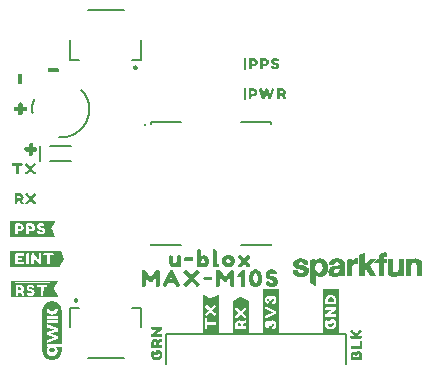
<source format=gto>
G04 EAGLE Gerber RS-274X export*
G75*
%MOMM*%
%FSLAX34Y34*%
%LPD*%
%INSilkscreen Top*%
%IPPOS*%
%AMOC8*
5,1,8,0,0,1.08239X$1,22.5*%
G01*
%ADD10C,0.203200*%
%ADD11C,0.152400*%
%ADD12C,0.282838*%
%ADD13C,0.177800*%

G36*
X56071Y3148D02*
X56071Y3148D01*
X56079Y3145D01*
X57657Y3305D01*
X57661Y3308D01*
X57669Y3307D01*
X59185Y3773D01*
X59189Y3777D01*
X59197Y3778D01*
X60593Y4529D01*
X60596Y4534D01*
X60603Y4536D01*
X61825Y5547D01*
X61827Y5553D01*
X61834Y5556D01*
X62835Y6786D01*
X62835Y6791D01*
X62841Y6796D01*
X63585Y8196D01*
X63585Y8200D01*
X63587Y8202D01*
X63587Y8204D01*
X63590Y8207D01*
X64047Y9725D01*
X64045Y9730D01*
X64049Y9737D01*
X64207Y11315D01*
X64206Y11318D01*
X64207Y11321D01*
X64207Y13818D01*
X64195Y13837D01*
X64191Y13860D01*
X64176Y13866D01*
X64171Y13875D01*
X64160Y13873D01*
X64144Y13880D01*
X63994Y13879D01*
X59612Y13879D01*
X59601Y13872D01*
X59588Y13874D01*
X59575Y13855D01*
X59555Y13842D01*
X59557Y13829D01*
X59549Y13818D01*
X59564Y13784D01*
X59565Y13775D01*
X59568Y13773D01*
X59569Y13771D01*
X59569Y13770D01*
X59808Y13548D01*
X60162Y13167D01*
X60446Y12734D01*
X60659Y12262D01*
X60785Y11760D01*
X60842Y11244D01*
X60821Y10723D01*
X60772Y10204D01*
X60635Y9702D01*
X60465Y9211D01*
X60211Y8758D01*
X59904Y8341D01*
X59557Y7954D01*
X59138Y7646D01*
X58698Y7369D01*
X58223Y7154D01*
X57728Y6994D01*
X57221Y6869D01*
X56179Y6770D01*
X55135Y6835D01*
X54626Y6950D01*
X54121Y7083D01*
X53648Y7299D01*
X53193Y7553D01*
X52773Y7859D01*
X52412Y8231D01*
X52087Y8634D01*
X51834Y9088D01*
X51646Y9572D01*
X51495Y10069D01*
X51415Y11110D01*
X51464Y11627D01*
X51580Y12133D01*
X51769Y12615D01*
X52038Y13057D01*
X52371Y13458D01*
X52666Y13773D01*
X52667Y13783D01*
X52674Y13787D01*
X52674Y13788D01*
X52677Y13790D01*
X52673Y13815D01*
X52678Y13840D01*
X52669Y13846D01*
X52667Y13857D01*
X52626Y13876D01*
X52622Y13879D01*
X52621Y13878D01*
X52620Y13879D01*
X51565Y13879D01*
X51512Y13883D01*
X51512Y16828D01*
X64152Y16828D01*
X64171Y16840D01*
X64194Y16844D01*
X64200Y16859D01*
X64209Y16864D01*
X64207Y16875D01*
X64214Y16891D01*
X64207Y17401D01*
X64207Y44899D01*
X64206Y44901D01*
X64207Y44903D01*
X64174Y45430D01*
X64174Y45431D01*
X64174Y45433D01*
X64068Y46485D01*
X64066Y46487D01*
X64067Y46491D01*
X63960Y47007D01*
X63958Y47009D01*
X63959Y47012D01*
X63645Y48023D01*
X63643Y48024D01*
X63643Y48028D01*
X63438Y48513D01*
X63436Y48515D01*
X63436Y48519D01*
X62931Y49448D01*
X62928Y49450D01*
X62928Y49454D01*
X62630Y49888D01*
X62627Y49889D01*
X62626Y49892D01*
X61953Y50708D01*
X61950Y50709D01*
X61948Y50713D01*
X61569Y51078D01*
X61567Y51079D01*
X61565Y51081D01*
X60750Y51754D01*
X60746Y51755D01*
X60743Y51759D01*
X60298Y52040D01*
X60296Y52040D01*
X60294Y52042D01*
X59365Y52547D01*
X59361Y52546D01*
X59357Y52550D01*
X58864Y52736D01*
X58862Y52735D01*
X58860Y52737D01*
X57850Y53051D01*
X57847Y53050D01*
X57842Y53053D01*
X57322Y53138D01*
X57321Y53137D01*
X57319Y53139D01*
X56266Y53245D01*
X56263Y53243D01*
X56259Y53245D01*
X55733Y53237D01*
X55731Y53235D01*
X55728Y53236D01*
X54675Y53130D01*
X54673Y53128D01*
X54669Y53129D01*
X54153Y53027D01*
X54151Y53025D01*
X54147Y53025D01*
X53137Y52712D01*
X53135Y52709D01*
X53131Y52710D01*
X52645Y52508D01*
X52643Y52506D01*
X52639Y52506D01*
X51710Y52001D01*
X51708Y51999D01*
X51704Y51998D01*
X51268Y51703D01*
X51267Y51701D01*
X51263Y51700D01*
X50448Y51027D01*
X50447Y51024D01*
X50443Y51022D01*
X50075Y50645D01*
X50074Y50643D01*
X50071Y50642D01*
X49398Y49826D01*
X49398Y49822D01*
X49394Y49820D01*
X49110Y49376D01*
X49110Y49374D01*
X49107Y49373D01*
X48603Y48443D01*
X48603Y48439D01*
X48599Y48436D01*
X48410Y47944D01*
X48410Y47942D01*
X48409Y47940D01*
X48095Y46930D01*
X48096Y46927D01*
X48093Y46922D01*
X48003Y46404D01*
X48004Y46402D01*
X48003Y46399D01*
X47897Y45347D01*
X47872Y45106D01*
X47874Y45103D01*
X47872Y45100D01*
X47872Y11784D01*
X47877Y11255D01*
X47879Y11253D01*
X47878Y11250D01*
X48037Y9671D01*
X48040Y9667D01*
X48039Y9659D01*
X48509Y8144D01*
X48514Y8140D01*
X48514Y8132D01*
X49272Y6739D01*
X49276Y6736D01*
X49278Y6729D01*
X49423Y6555D01*
X49580Y6367D01*
X49632Y6304D01*
X49737Y6179D01*
X49789Y6116D01*
X49894Y5990D01*
X49946Y5928D01*
X50051Y5802D01*
X50103Y5739D01*
X50208Y5614D01*
X50260Y5551D01*
X50294Y5511D01*
X50299Y5509D01*
X50303Y5502D01*
X51534Y4504D01*
X51540Y4504D01*
X51544Y4498D01*
X52473Y3993D01*
X52475Y3994D01*
X52475Y3992D01*
X52947Y3757D01*
X52952Y3758D01*
X52957Y3753D01*
X53967Y3440D01*
X53968Y3440D01*
X53969Y3439D01*
X54477Y3300D01*
X54482Y3301D01*
X54488Y3298D01*
X56066Y3145D01*
X56071Y3148D01*
G37*
G36*
X62628Y82065D02*
X62628Y82065D01*
X62641Y82062D01*
X63141Y82462D01*
X63144Y82476D01*
X63154Y82478D01*
X66154Y88478D01*
X66153Y88485D01*
X66158Y88489D01*
X66157Y88491D01*
X66159Y88492D01*
X66259Y89092D01*
X66249Y89111D01*
X66254Y89122D01*
X63254Y95222D01*
X63247Y95225D01*
X63248Y95231D01*
X62848Y95731D01*
X62819Y95738D01*
X62816Y95742D01*
X62815Y95742D01*
X62810Y95749D01*
X24310Y95749D01*
X24306Y95746D01*
X24302Y95749D01*
X24297Y95739D01*
X24263Y95713D01*
X24267Y95707D01*
X24266Y95706D01*
X24274Y95695D01*
X24271Y95690D01*
X24254Y95723D01*
X24217Y95740D01*
X24210Y95749D01*
X21010Y95749D01*
X20963Y95713D01*
X20964Y95711D01*
X20962Y95710D01*
X20862Y95210D01*
X20865Y95203D01*
X20861Y95200D01*
X20861Y82300D01*
X20890Y82262D01*
X20892Y82254D01*
X21392Y82054D01*
X21405Y82058D01*
X21410Y82051D01*
X62610Y82051D01*
X62628Y82065D01*
G37*
G36*
X60871Y56652D02*
X60871Y56652D01*
X60872Y56651D01*
X60875Y56654D01*
X60917Y56687D01*
X60907Y56701D01*
X60917Y56716D01*
X60717Y57316D01*
X60712Y57319D01*
X60714Y57322D01*
X57623Y63404D01*
X57816Y63981D01*
X60814Y69978D01*
X60813Y69982D01*
X60816Y69984D01*
X60812Y69990D01*
X60804Y70031D01*
X60805Y70035D01*
X60505Y70335D01*
X60480Y70338D01*
X60477Y70342D01*
X60475Y70342D01*
X60470Y70349D01*
X24670Y70349D01*
X24666Y70346D01*
X24661Y70348D01*
X24656Y70339D01*
X24623Y70313D01*
X24626Y70309D01*
X24622Y70307D01*
X24614Y70323D01*
X24577Y70340D01*
X24570Y70349D01*
X21570Y70349D01*
X21549Y70333D01*
X21535Y70335D01*
X21135Y69935D01*
X21133Y69920D01*
X21123Y69912D01*
X21128Y69905D01*
X21121Y69900D01*
X21121Y57000D01*
X21140Y56974D01*
X21140Y56961D01*
X21540Y56661D01*
X21562Y56661D01*
X21570Y56651D01*
X60870Y56651D01*
X60871Y56652D01*
G37*
G36*
X298847Y25537D02*
X298847Y25537D01*
X298845Y25540D01*
X298849Y25542D01*
X298949Y26142D01*
X298946Y26147D01*
X298949Y26150D01*
X298949Y63350D01*
X298913Y63397D01*
X298906Y63392D01*
X298900Y63399D01*
X285400Y63399D01*
X285353Y63363D01*
X285355Y63360D01*
X285351Y63358D01*
X285251Y62758D01*
X285254Y62753D01*
X285251Y62750D01*
X285251Y28950D01*
X285256Y28943D01*
X285253Y28934D01*
X285266Y28930D01*
X285287Y28903D01*
X285306Y28917D01*
X285308Y28916D01*
X285271Y28890D01*
X285266Y28873D01*
X285253Y28863D01*
X285258Y28856D01*
X285251Y28850D01*
X285251Y25550D01*
X285287Y25503D01*
X285294Y25508D01*
X285300Y25501D01*
X298800Y25501D01*
X298847Y25537D01*
G37*
G36*
X247938Y25830D02*
X247938Y25830D01*
X247946Y25832D01*
X248146Y26332D01*
X248142Y26345D01*
X248149Y26350D01*
X248149Y62950D01*
X248113Y62997D01*
X248110Y62995D01*
X248108Y62999D01*
X247508Y63099D01*
X247503Y63096D01*
X247500Y63099D01*
X234600Y63099D01*
X234553Y63063D01*
X234555Y63060D01*
X234551Y63058D01*
X234451Y62458D01*
X234454Y62453D01*
X234451Y62450D01*
X234451Y26050D01*
X234480Y26012D01*
X234482Y26004D01*
X234982Y25804D01*
X234995Y25808D01*
X235000Y25801D01*
X247900Y25801D01*
X247938Y25830D01*
G37*
G36*
X58428Y107472D02*
X58428Y107472D01*
X58441Y107473D01*
X58641Y107773D01*
X58641Y107779D01*
X58644Y107782D01*
X58640Y107788D01*
X58639Y107811D01*
X58644Y107822D01*
X55647Y113915D01*
X55551Y114492D01*
X58544Y120478D01*
X58543Y120483D01*
X58547Y120484D01*
X58747Y121084D01*
X58746Y121086D01*
X58747Y121087D01*
X58745Y121090D01*
X58728Y121141D01*
X58711Y121135D01*
X58700Y121149D01*
X21100Y121149D01*
X21074Y121130D01*
X21061Y121130D01*
X20761Y120730D01*
X20761Y120718D01*
X20753Y120712D01*
X20758Y120705D01*
X20751Y120700D01*
X20751Y107800D01*
X20770Y107774D01*
X20770Y107761D01*
X21170Y107461D01*
X21192Y107461D01*
X21200Y107451D01*
X58400Y107451D01*
X58428Y107472D01*
G37*
G36*
X197026Y26010D02*
X197026Y26010D01*
X197039Y26010D01*
X197339Y26410D01*
X197339Y26418D01*
X197343Y26421D01*
X197339Y26425D01*
X197339Y26432D01*
X197349Y26440D01*
X197349Y58240D01*
X197328Y58268D01*
X197327Y58281D01*
X197027Y58481D01*
X196989Y58479D01*
X196978Y58484D01*
X190881Y55486D01*
X190304Y55293D01*
X184323Y58384D01*
X184317Y58383D01*
X184316Y58387D01*
X183716Y58587D01*
X183714Y58586D01*
X183713Y58587D01*
X183710Y58585D01*
X183659Y58568D01*
X183665Y58551D01*
X183651Y58540D01*
X183651Y26340D01*
X183670Y26314D01*
X183670Y26301D01*
X184070Y26001D01*
X184092Y26001D01*
X184100Y25991D01*
X197000Y25991D01*
X197026Y26010D01*
G37*
G36*
X222426Y25640D02*
X222426Y25640D01*
X222439Y25640D01*
X222739Y26040D01*
X222739Y26048D01*
X222743Y26051D01*
X222739Y26055D01*
X222739Y26062D01*
X222749Y26070D01*
X222749Y53170D01*
X222724Y53204D01*
X222722Y53214D01*
X216022Y56514D01*
X215996Y56509D01*
X215984Y56517D01*
X215384Y56317D01*
X215381Y56312D01*
X215378Y56314D01*
X209378Y53314D01*
X209368Y53294D01*
X209356Y53292D01*
X209056Y52692D01*
X209059Y52677D01*
X209053Y52672D01*
X209051Y52670D01*
X209051Y29070D01*
X209051Y29069D01*
X209051Y29068D01*
X209054Y29065D01*
X209056Y29063D01*
X209053Y29055D01*
X209065Y29051D01*
X209087Y29023D01*
X209101Y29033D01*
X209103Y29031D01*
X209072Y29011D01*
X209067Y28994D01*
X209053Y28983D01*
X209058Y28976D01*
X209051Y28970D01*
X209051Y25870D01*
X209080Y25832D01*
X209082Y25824D01*
X209582Y25624D01*
X209595Y25628D01*
X209600Y25621D01*
X222400Y25621D01*
X222426Y25640D01*
G37*
G36*
X278880Y65590D02*
X278880Y65590D01*
X278962Y65591D01*
X278966Y65593D01*
X278971Y65593D01*
X279043Y65632D01*
X279116Y65670D01*
X279119Y65674D01*
X279123Y65676D01*
X279170Y65743D01*
X279219Y65810D01*
X279220Y65814D01*
X279223Y65818D01*
X279250Y65960D01*
X279250Y75142D01*
X279401Y74991D01*
X279417Y74981D01*
X279432Y74963D01*
X279932Y74563D01*
X279953Y74553D01*
X279974Y74534D01*
X280474Y74234D01*
X280507Y74224D01*
X280550Y74199D01*
X281750Y73799D01*
X281775Y73797D01*
X281808Y73785D01*
X282408Y73685D01*
X282434Y73687D01*
X282470Y73680D01*
X283070Y73680D01*
X283081Y73682D01*
X283095Y73681D01*
X284595Y73781D01*
X284633Y73792D01*
X284707Y73805D01*
X286007Y74305D01*
X286037Y74326D01*
X286088Y74349D01*
X287088Y75049D01*
X287107Y75070D01*
X287139Y75091D01*
X288039Y75991D01*
X288057Y76020D01*
X288091Y76056D01*
X288791Y77156D01*
X288800Y77182D01*
X288821Y77214D01*
X289321Y78414D01*
X289327Y78450D01*
X289346Y78506D01*
X289546Y79906D01*
X289545Y79918D01*
X289549Y79933D01*
X289649Y81333D01*
X289647Y81345D01*
X289650Y81360D01*
X289650Y82760D01*
X289643Y82792D01*
X289642Y82840D01*
X289342Y84240D01*
X289331Y84263D01*
X289325Y84297D01*
X288825Y85597D01*
X288810Y85618D01*
X288798Y85652D01*
X288098Y86852D01*
X288073Y86879D01*
X288039Y86929D01*
X287139Y87829D01*
X287110Y87847D01*
X287074Y87881D01*
X285974Y88581D01*
X285944Y88591D01*
X285907Y88615D01*
X284607Y89115D01*
X284570Y89120D01*
X284517Y89137D01*
X282917Y89337D01*
X282878Y89333D01*
X282808Y89335D01*
X281008Y89035D01*
X280971Y89020D01*
X280900Y89000D01*
X280371Y88736D01*
X280300Y88700D01*
X280290Y88692D01*
X280274Y88686D01*
X279274Y88086D01*
X279254Y88066D01*
X279173Y87998D01*
X279050Y87844D01*
X279050Y88560D01*
X279050Y88561D01*
X279050Y88562D01*
X279031Y88642D01*
X279011Y88729D01*
X279010Y88730D01*
X279010Y88731D01*
X278956Y88795D01*
X278901Y88862D01*
X278900Y88863D01*
X278899Y88864D01*
X278820Y88899D01*
X278742Y88933D01*
X278741Y88933D01*
X278740Y88934D01*
X278595Y88933D01*
X278095Y88833D01*
X278088Y88829D01*
X278078Y88829D01*
X277687Y88731D01*
X276732Y88540D01*
X276370Y88540D01*
X276340Y88533D01*
X276295Y88533D01*
X275795Y88433D01*
X275788Y88429D01*
X275778Y88429D01*
X275387Y88331D01*
X274895Y88233D01*
X274883Y88227D01*
X274869Y88227D01*
X274805Y88192D01*
X274738Y88161D01*
X274729Y88150D01*
X274717Y88144D01*
X274675Y88084D01*
X274628Y88027D01*
X274625Y88013D01*
X274617Y88002D01*
X274590Y87860D01*
X274590Y69460D01*
X274607Y69386D01*
X274620Y69311D01*
X274627Y69301D01*
X274629Y69291D01*
X274653Y69262D01*
X274701Y69191D01*
X275201Y68691D01*
X275217Y68681D01*
X275232Y68663D01*
X275716Y68276D01*
X276601Y67391D01*
X276617Y67381D01*
X276632Y67363D01*
X277616Y66576D01*
X278101Y66091D01*
X278117Y66081D01*
X278132Y66063D01*
X278632Y65663D01*
X278637Y65661D01*
X278639Y65658D01*
X278714Y65624D01*
X278789Y65589D01*
X278793Y65589D01*
X278798Y65587D01*
X278880Y65590D01*
G37*
G36*
X295607Y73588D02*
X295607Y73588D01*
X295690Y73599D01*
X295932Y73680D01*
X296570Y73680D01*
X296607Y73688D01*
X296690Y73699D01*
X296932Y73780D01*
X297170Y73780D01*
X297207Y73788D01*
X297290Y73799D01*
X297576Y73895D01*
X297962Y73991D01*
X297974Y73997D01*
X297990Y73999D01*
X298290Y74099D01*
X298323Y74119D01*
X298381Y74144D01*
X298661Y74331D01*
X298760Y74380D01*
X298840Y74420D01*
X298856Y74433D01*
X298881Y74444D01*
X299139Y74615D01*
X299390Y74699D01*
X299423Y74719D01*
X299481Y74744D01*
X299690Y74883D01*
X299690Y74860D01*
X299707Y74786D01*
X299720Y74711D01*
X299727Y74701D01*
X299729Y74691D01*
X299753Y74662D01*
X299801Y74591D01*
X299807Y74585D01*
X299820Y74511D01*
X299827Y74501D01*
X299829Y74491D01*
X299853Y74462D01*
X299890Y74408D01*
X299890Y74360D01*
X299901Y74310D01*
X299903Y74259D01*
X299921Y74227D01*
X299929Y74191D01*
X299962Y74152D01*
X299986Y74107D01*
X300016Y74086D01*
X300039Y74058D01*
X300086Y74037D01*
X300128Y74007D01*
X300170Y73999D01*
X300198Y73987D01*
X300228Y73988D01*
X300270Y73980D01*
X304170Y73980D01*
X304220Y73991D01*
X304271Y73993D01*
X304303Y74011D01*
X304339Y74019D01*
X304378Y74052D01*
X304423Y74076D01*
X304444Y74106D01*
X304472Y74129D01*
X304493Y74176D01*
X304523Y74218D01*
X304531Y74260D01*
X304543Y74288D01*
X304542Y74318D01*
X304550Y74360D01*
X304550Y74460D01*
X304547Y74475D01*
X304549Y74490D01*
X304512Y74622D01*
X304511Y74629D01*
X304510Y74629D01*
X304510Y74630D01*
X304450Y74750D01*
X304450Y74760D01*
X304447Y74775D01*
X304449Y74790D01*
X304412Y74922D01*
X304411Y74929D01*
X304410Y74929D01*
X304410Y74930D01*
X304350Y75050D01*
X304350Y75060D01*
X304347Y75075D01*
X304349Y75090D01*
X304312Y75222D01*
X304311Y75229D01*
X304310Y75229D01*
X304310Y75230D01*
X304250Y75350D01*
X304250Y75660D01*
X304247Y75675D01*
X304249Y75690D01*
X304212Y75822D01*
X304211Y75829D01*
X304210Y75829D01*
X304210Y75830D01*
X304150Y75950D01*
X304150Y84860D01*
X304144Y84886D01*
X304145Y84923D01*
X303945Y86123D01*
X303930Y86159D01*
X303910Y86230D01*
X303717Y86616D01*
X303523Y87101D01*
X303521Y87105D01*
X303520Y87109D01*
X303439Y87229D01*
X302739Y87929D01*
X302719Y87941D01*
X302698Y87964D01*
X302298Y88264D01*
X302272Y88276D01*
X302240Y88300D01*
X301840Y88500D01*
X301826Y88503D01*
X301811Y88513D01*
X301311Y88713D01*
X301289Y88716D01*
X301262Y88729D01*
X300876Y88825D01*
X300290Y89021D01*
X300269Y89023D01*
X300245Y89033D01*
X299745Y89133D01*
X299713Y89132D01*
X299670Y89140D01*
X299201Y89140D01*
X298633Y89235D01*
X298606Y89233D01*
X298570Y89240D01*
X296370Y89240D01*
X296344Y89234D01*
X296308Y89235D01*
X294508Y88935D01*
X294477Y88922D01*
X294429Y88913D01*
X293429Y88513D01*
X293407Y88498D01*
X293374Y88486D01*
X292874Y88186D01*
X292862Y88174D01*
X292842Y88164D01*
X292042Y87564D01*
X292027Y87546D01*
X292001Y87529D01*
X291601Y87129D01*
X291589Y87109D01*
X291566Y87088D01*
X291266Y86688D01*
X291259Y86672D01*
X291244Y86656D01*
X290944Y86156D01*
X290934Y86123D01*
X290909Y86080D01*
X290709Y85480D01*
X290707Y85459D01*
X290701Y85443D01*
X290699Y85440D01*
X290697Y85435D01*
X290597Y84935D01*
X290597Y84925D01*
X290594Y84914D01*
X290494Y84214D01*
X290500Y84137D01*
X290503Y84059D01*
X290508Y84051D01*
X290509Y84041D01*
X290549Y83975D01*
X290586Y83907D01*
X290594Y83902D01*
X290599Y83893D01*
X290665Y83852D01*
X290728Y83807D01*
X290738Y83805D01*
X290745Y83801D01*
X290781Y83797D01*
X290870Y83780D01*
X294770Y83780D01*
X294820Y83791D01*
X294871Y83793D01*
X294903Y83811D01*
X294939Y83819D01*
X294978Y83852D01*
X295023Y83876D01*
X295044Y83906D01*
X295072Y83929D01*
X295093Y83976D01*
X295123Y84018D01*
X295131Y84060D01*
X295143Y84088D01*
X295142Y84118D01*
X295150Y84160D01*
X295150Y84370D01*
X295210Y84490D01*
X295214Y84505D01*
X295223Y84518D01*
X295249Y84652D01*
X295250Y84659D01*
X295250Y84660D01*
X295250Y84870D01*
X295383Y85135D01*
X295895Y85648D01*
X296160Y85780D01*
X296270Y85780D01*
X296307Y85788D01*
X296390Y85799D01*
X296632Y85880D01*
X297070Y85880D01*
X297107Y85888D01*
X297190Y85899D01*
X297341Y85949D01*
X297400Y85920D01*
X297415Y85916D01*
X297428Y85907D01*
X297562Y85881D01*
X297569Y85880D01*
X297570Y85880D01*
X298180Y85880D01*
X298300Y85820D01*
X298315Y85816D01*
X298328Y85807D01*
X298462Y85781D01*
X298469Y85780D01*
X298470Y85780D01*
X298580Y85780D01*
X299045Y85548D01*
X299258Y85335D01*
X299390Y85070D01*
X299390Y84960D01*
X299398Y84923D01*
X299409Y84840D01*
X299490Y84598D01*
X299490Y84398D01*
X299414Y84019D01*
X299198Y83732D01*
X298891Y83501D01*
X298382Y83332D01*
X297719Y83237D01*
X296927Y83138D01*
X296028Y83038D01*
X296011Y83032D01*
X295988Y83031D01*
X295105Y82835D01*
X294323Y82737D01*
X294308Y82732D01*
X294288Y82731D01*
X293388Y82531D01*
X293367Y82521D01*
X293337Y82516D01*
X292537Y82216D01*
X292515Y82201D01*
X292481Y82190D01*
X291781Y81790D01*
X291753Y81764D01*
X291701Y81729D01*
X291101Y81129D01*
X291087Y81106D01*
X291061Y81081D01*
X290561Y80381D01*
X290546Y80345D01*
X290509Y80280D01*
X290209Y79380D01*
X290208Y79363D01*
X290205Y79356D01*
X290205Y79342D01*
X290191Y79294D01*
X290091Y78194D01*
X290093Y78179D01*
X290090Y78160D01*
X290090Y77660D01*
X290097Y77630D01*
X290097Y77585D01*
X290197Y77085D01*
X290201Y77078D01*
X290201Y77068D01*
X290401Y76268D01*
X290417Y76238D01*
X290430Y76190D01*
X290630Y75790D01*
X290648Y75768D01*
X290666Y75732D01*
X290966Y75332D01*
X290984Y75317D01*
X291001Y75291D01*
X291601Y74691D01*
X291628Y74675D01*
X291659Y74644D01*
X291959Y74444D01*
X291979Y74436D01*
X292000Y74420D01*
X292800Y74020D01*
X292833Y74012D01*
X292878Y73991D01*
X293237Y73901D01*
X293600Y73720D01*
X293615Y73716D01*
X293628Y73707D01*
X293762Y73681D01*
X293769Y73680D01*
X293770Y73680D01*
X294232Y73680D01*
X294695Y73587D01*
X294727Y73588D01*
X294770Y73580D01*
X295570Y73580D01*
X295607Y73588D01*
G37*
G36*
X320420Y73991D02*
X320420Y73991D01*
X320471Y73993D01*
X320503Y74011D01*
X320539Y74019D01*
X320578Y74052D01*
X320623Y74076D01*
X320644Y74106D01*
X320672Y74129D01*
X320693Y74176D01*
X320723Y74218D01*
X320731Y74260D01*
X320743Y74288D01*
X320742Y74318D01*
X320750Y74360D01*
X320750Y79103D01*
X321797Y80149D01*
X325445Y74162D01*
X325470Y74137D01*
X325486Y74107D01*
X325529Y74077D01*
X325567Y74039D01*
X325600Y74027D01*
X325628Y74007D01*
X325694Y73995D01*
X325730Y73982D01*
X325748Y73984D01*
X325770Y73980D01*
X330470Y73980D01*
X330542Y73997D01*
X330614Y74008D01*
X330625Y74016D01*
X330639Y74019D01*
X330695Y74066D01*
X330755Y74109D01*
X330762Y74121D01*
X330772Y74129D01*
X330802Y74197D01*
X330837Y74261D01*
X330838Y74275D01*
X330843Y74288D01*
X330840Y74361D01*
X330843Y74434D01*
X330837Y74448D01*
X330837Y74461D01*
X330818Y74495D01*
X330788Y74568D01*
X325059Y83307D01*
X330136Y88289D01*
X330151Y88312D01*
X330172Y88329D01*
X330197Y88384D01*
X330229Y88435D01*
X330232Y88462D01*
X330243Y88488D01*
X330241Y88548D01*
X330247Y88607D01*
X330238Y88633D01*
X330237Y88661D01*
X330208Y88713D01*
X330187Y88770D01*
X330167Y88789D01*
X330154Y88813D01*
X330105Y88847D01*
X330061Y88889D01*
X330035Y88897D01*
X330012Y88913D01*
X329932Y88928D01*
X329896Y88939D01*
X329884Y88938D01*
X329870Y88940D01*
X325270Y88940D01*
X325192Y88922D01*
X325114Y88907D01*
X325108Y88902D01*
X325101Y88901D01*
X325076Y88880D01*
X324996Y88823D01*
X320750Y84405D01*
X320750Y93960D01*
X320736Y94022D01*
X320729Y94084D01*
X320716Y94105D01*
X320711Y94129D01*
X320670Y94178D01*
X320637Y94231D01*
X320616Y94244D01*
X320601Y94262D01*
X320543Y94288D01*
X320489Y94321D01*
X320465Y94323D01*
X320442Y94333D01*
X320379Y94331D01*
X320316Y94336D01*
X320291Y94328D01*
X320269Y94327D01*
X320236Y94309D01*
X320179Y94289D01*
X316379Y92089D01*
X316351Y92062D01*
X316317Y92044D01*
X316289Y92004D01*
X316253Y91970D01*
X316240Y91934D01*
X316217Y91902D01*
X316206Y91843D01*
X316193Y91808D01*
X316195Y91787D01*
X316190Y91760D01*
X316190Y74360D01*
X316201Y74310D01*
X316203Y74259D01*
X316221Y74227D01*
X316229Y74191D01*
X316262Y74152D01*
X316286Y74107D01*
X316316Y74086D01*
X316339Y74058D01*
X316386Y74037D01*
X316428Y74007D01*
X316470Y73999D01*
X316498Y73987D01*
X316528Y73988D01*
X316570Y73980D01*
X320370Y73980D01*
X320420Y73991D01*
G37*
G36*
X359820Y73991D02*
X359820Y73991D01*
X359871Y73993D01*
X359903Y74011D01*
X359939Y74019D01*
X359978Y74052D01*
X360023Y74076D01*
X360044Y74106D01*
X360072Y74129D01*
X360093Y74176D01*
X360123Y74218D01*
X360131Y74260D01*
X360143Y74288D01*
X360142Y74318D01*
X360150Y74360D01*
X360150Y82718D01*
X360339Y83566D01*
X360522Y84207D01*
X360783Y84642D01*
X361124Y85069D01*
X361500Y85294D01*
X362766Y85475D01*
X363816Y85300D01*
X364098Y85088D01*
X364354Y84748D01*
X364622Y84300D01*
X364798Y83772D01*
X364890Y83133D01*
X364890Y74360D01*
X364901Y74310D01*
X364903Y74259D01*
X364921Y74227D01*
X364929Y74191D01*
X364962Y74152D01*
X364986Y74107D01*
X365016Y74086D01*
X365039Y74058D01*
X365086Y74037D01*
X365128Y74007D01*
X365170Y73999D01*
X365198Y73987D01*
X365228Y73988D01*
X365270Y73980D01*
X369170Y73980D01*
X369220Y73991D01*
X369271Y73993D01*
X369303Y74011D01*
X369339Y74019D01*
X369378Y74052D01*
X369423Y74076D01*
X369444Y74106D01*
X369472Y74129D01*
X369493Y74176D01*
X369523Y74218D01*
X369531Y74260D01*
X369543Y74288D01*
X369542Y74318D01*
X369550Y74360D01*
X369550Y83060D01*
X369547Y83073D01*
X369549Y83089D01*
X369449Y84389D01*
X369448Y84392D01*
X369449Y84394D01*
X369349Y85494D01*
X369336Y85532D01*
X369323Y85601D01*
X368923Y86601D01*
X368911Y86619D01*
X368902Y86645D01*
X368402Y87545D01*
X368376Y87573D01*
X368339Y87629D01*
X367739Y88229D01*
X367706Y88249D01*
X367655Y88292D01*
X366755Y88792D01*
X366718Y88803D01*
X366662Y88829D01*
X365462Y89129D01*
X365445Y89129D01*
X365424Y89136D01*
X364024Y89336D01*
X363985Y89333D01*
X363908Y89335D01*
X362708Y89135D01*
X362684Y89125D01*
X362650Y89121D01*
X361450Y88721D01*
X361421Y88703D01*
X361374Y88686D01*
X360874Y88386D01*
X360868Y88380D01*
X360859Y88376D01*
X360259Y87976D01*
X360233Y87948D01*
X360173Y87898D01*
X359950Y87619D01*
X359950Y88560D01*
X359939Y88610D01*
X359937Y88661D01*
X359919Y88693D01*
X359911Y88729D01*
X359878Y88768D01*
X359854Y88813D01*
X359824Y88834D01*
X359801Y88862D01*
X359754Y88883D01*
X359712Y88913D01*
X359670Y88921D01*
X359642Y88933D01*
X359612Y88932D01*
X359570Y88940D01*
X355970Y88940D01*
X355930Y88931D01*
X355890Y88932D01*
X355847Y88912D01*
X355801Y88901D01*
X355770Y88875D01*
X355733Y88858D01*
X355704Y88821D01*
X355668Y88791D01*
X355651Y88754D01*
X355626Y88722D01*
X355612Y88666D01*
X355597Y88632D01*
X355598Y88610D01*
X355590Y88581D01*
X355490Y86781D01*
X355492Y86772D01*
X355490Y86760D01*
X355490Y74360D01*
X355501Y74310D01*
X355503Y74259D01*
X355521Y74227D01*
X355529Y74191D01*
X355562Y74152D01*
X355586Y74107D01*
X355616Y74086D01*
X355639Y74058D01*
X355686Y74037D01*
X355728Y74007D01*
X355770Y73999D01*
X355798Y73987D01*
X355828Y73988D01*
X355870Y73980D01*
X359770Y73980D01*
X359820Y73991D01*
G37*
G36*
X346424Y73684D02*
X346424Y73684D01*
X346428Y73685D01*
X346433Y73685D01*
X347033Y73785D01*
X347056Y73795D01*
X347090Y73799D01*
X348290Y74199D01*
X348319Y74217D01*
X348366Y74234D01*
X348866Y74534D01*
X348892Y74559D01*
X348939Y74591D01*
X349424Y75076D01*
X349690Y75289D01*
X349690Y74360D01*
X349701Y74310D01*
X349703Y74259D01*
X349721Y74227D01*
X349729Y74191D01*
X349762Y74152D01*
X349786Y74107D01*
X349816Y74086D01*
X349839Y74058D01*
X349886Y74037D01*
X349928Y74007D01*
X349970Y73999D01*
X349998Y73987D01*
X350028Y73988D01*
X350070Y73980D01*
X353770Y73980D01*
X353820Y73991D01*
X353871Y73993D01*
X353903Y74011D01*
X353939Y74019D01*
X353978Y74052D01*
X354023Y74076D01*
X354044Y74106D01*
X354072Y74129D01*
X354093Y74176D01*
X354123Y74218D01*
X354131Y74260D01*
X354143Y74288D01*
X354142Y74318D01*
X354150Y74360D01*
X354150Y88560D01*
X354139Y88610D01*
X354137Y88661D01*
X354119Y88693D01*
X354111Y88729D01*
X354078Y88768D01*
X354054Y88813D01*
X354024Y88834D01*
X354001Y88862D01*
X353954Y88883D01*
X353912Y88913D01*
X353870Y88921D01*
X353842Y88933D01*
X353812Y88932D01*
X353770Y88940D01*
X349970Y88940D01*
X349920Y88929D01*
X349869Y88927D01*
X349837Y88909D01*
X349801Y88901D01*
X349762Y88868D01*
X349717Y88844D01*
X349696Y88814D01*
X349668Y88791D01*
X349647Y88744D01*
X349617Y88702D01*
X349609Y88660D01*
X349597Y88632D01*
X349598Y88602D01*
X349590Y88560D01*
X349590Y81179D01*
X349492Y80200D01*
X349396Y79334D01*
X349218Y78713D01*
X348968Y78296D01*
X348534Y77862D01*
X348136Y77623D01*
X347613Y77536D01*
X346970Y77444D01*
X346334Y77535D01*
X345929Y77616D01*
X345620Y77848D01*
X345294Y78174D01*
X345127Y78591D01*
X344942Y79148D01*
X344850Y79787D01*
X344850Y88560D01*
X344839Y88610D01*
X344837Y88661D01*
X344819Y88693D01*
X344811Y88729D01*
X344778Y88768D01*
X344754Y88813D01*
X344724Y88834D01*
X344701Y88862D01*
X344654Y88883D01*
X344612Y88913D01*
X344570Y88921D01*
X344542Y88933D01*
X344512Y88932D01*
X344470Y88940D01*
X340570Y88940D01*
X340520Y88929D01*
X340469Y88927D01*
X340437Y88909D01*
X340401Y88901D01*
X340362Y88868D01*
X340317Y88844D01*
X340296Y88814D01*
X340268Y88791D01*
X340247Y88744D01*
X340217Y88702D01*
X340209Y88660D01*
X340197Y88632D01*
X340198Y88602D01*
X340190Y88560D01*
X340190Y78560D01*
X340196Y78532D01*
X340196Y78492D01*
X340396Y77392D01*
X340403Y77375D01*
X340406Y77351D01*
X340706Y76351D01*
X340722Y76322D01*
X340738Y76275D01*
X341238Y75375D01*
X341257Y75354D01*
X341323Y75271D01*
X342023Y74671D01*
X342051Y74657D01*
X342085Y74628D01*
X342985Y74128D01*
X343020Y74118D01*
X343070Y74093D01*
X344170Y73793D01*
X344191Y73792D01*
X344216Y73784D01*
X345616Y73584D01*
X345655Y73587D01*
X345724Y73584D01*
X346424Y73684D01*
G37*
G36*
X268096Y73686D02*
X268096Y73686D01*
X268133Y73685D01*
X269333Y73885D01*
X269360Y73896D01*
X269400Y73903D01*
X270500Y74303D01*
X270516Y74313D01*
X270540Y74320D01*
X270860Y74480D01*
X271540Y74820D01*
X271562Y74838D01*
X271598Y74856D01*
X272398Y75456D01*
X272420Y75482D01*
X272486Y75549D01*
X273086Y76449D01*
X273094Y76469D01*
X273110Y76490D01*
X273610Y77490D01*
X273610Y77491D01*
X273611Y77491D01*
X273649Y77631D01*
X273749Y78931D01*
X273745Y78960D01*
X273748Y79002D01*
X273648Y79902D01*
X273636Y79937D01*
X273626Y79994D01*
X273326Y80794D01*
X273307Y80823D01*
X273286Y80871D01*
X272886Y81471D01*
X272858Y81498D01*
X272813Y81552D01*
X272213Y82052D01*
X272188Y82065D01*
X272159Y82090D01*
X271459Y82490D01*
X271440Y82496D01*
X271420Y82510D01*
X270720Y82810D01*
X270712Y82811D01*
X270704Y82816D01*
X269904Y83116D01*
X269880Y83119D01*
X269853Y83131D01*
X268958Y83330D01*
X268162Y83529D01*
X268142Y83529D01*
X268117Y83537D01*
X267346Y83634D01*
X265983Y84023D01*
X265449Y84201D01*
X265142Y84432D01*
X264926Y84719D01*
X264860Y85051D01*
X264935Y85354D01*
X264990Y85516D01*
X265439Y85815D01*
X265632Y85880D01*
X265970Y85880D01*
X266007Y85888D01*
X266090Y85899D01*
X266332Y85980D01*
X267132Y85980D01*
X267587Y85889D01*
X267937Y85801D01*
X268245Y85648D01*
X268727Y85166D01*
X268799Y84877D01*
X268897Y84385D01*
X268903Y84373D01*
X268903Y84359D01*
X268939Y84295D01*
X268969Y84228D01*
X268980Y84219D01*
X268986Y84207D01*
X269046Y84165D01*
X269103Y84118D01*
X269117Y84115D01*
X269128Y84107D01*
X269270Y84080D01*
X272970Y84080D01*
X273053Y84099D01*
X273135Y84117D01*
X273136Y84119D01*
X273139Y84119D01*
X273204Y84173D01*
X273270Y84226D01*
X273271Y84228D01*
X273272Y84229D01*
X273307Y84306D01*
X273342Y84383D01*
X273342Y84386D01*
X273343Y84388D01*
X273343Y84404D01*
X273344Y84528D01*
X273144Y85628D01*
X273131Y85657D01*
X273123Y85701D01*
X272723Y86701D01*
X272703Y86730D01*
X272656Y86810D01*
X271956Y87610D01*
X271943Y87620D01*
X271942Y87622D01*
X271927Y87633D01*
X271898Y87664D01*
X271098Y88264D01*
X271077Y88273D01*
X271055Y88292D01*
X270155Y88792D01*
X270122Y88802D01*
X270079Y88824D01*
X269079Y89124D01*
X269048Y89126D01*
X269004Y89139D01*
X266804Y89339D01*
X266777Y89335D01*
X266738Y89339D01*
X265538Y89239D01*
X265537Y89239D01*
X265536Y89239D01*
X264436Y89139D01*
X264405Y89129D01*
X264361Y89124D01*
X263361Y88824D01*
X263332Y88808D01*
X263285Y88792D01*
X262385Y88292D01*
X262369Y88277D01*
X262342Y88264D01*
X261542Y87664D01*
X261520Y87638D01*
X261481Y87607D01*
X260881Y86907D01*
X260864Y86875D01*
X260817Y86801D01*
X260417Y85801D01*
X260412Y85767D01*
X260394Y85718D01*
X260194Y84418D01*
X260197Y84379D01*
X260193Y84313D01*
X260293Y83513D01*
X260302Y83489D01*
X260303Y83466D01*
X260310Y83453D01*
X260314Y83427D01*
X260614Y82627D01*
X260619Y82620D01*
X260620Y82611D01*
X260701Y82491D01*
X261701Y81491D01*
X261734Y81471D01*
X261781Y81430D01*
X262481Y81030D01*
X262507Y81022D01*
X262537Y81004D01*
X263337Y80704D01*
X263355Y80702D01*
X263378Y80691D01*
X264157Y80496D01*
X264937Y80204D01*
X264963Y80201D01*
X264995Y80187D01*
X265992Y79988D01*
X266876Y79791D01*
X268217Y79408D01*
X268634Y79158D01*
X268875Y78918D01*
X269017Y78704D01*
X269090Y78413D01*
X269090Y78050D01*
X268958Y77785D01*
X268476Y77303D01*
X268178Y77229D01*
X268158Y77219D01*
X268129Y77213D01*
X267697Y77040D01*
X267370Y77040D01*
X267334Y77032D01*
X267278Y77029D01*
X266954Y76948D01*
X266439Y77034D01*
X265979Y77126D01*
X265058Y77494D01*
X264783Y77700D01*
X264623Y78101D01*
X264615Y78113D01*
X264610Y78130D01*
X264436Y78479D01*
X264345Y79023D01*
X264337Y79041D01*
X264337Y79061D01*
X264304Y79120D01*
X264278Y79182D01*
X264263Y79196D01*
X264254Y79213D01*
X264199Y79252D01*
X264148Y79296D01*
X264128Y79301D01*
X264112Y79313D01*
X264007Y79333D01*
X263980Y79340D01*
X263976Y79339D01*
X263970Y79340D01*
X260270Y79340D01*
X260190Y79322D01*
X260110Y79305D01*
X260106Y79302D01*
X260101Y79301D01*
X260038Y79249D01*
X259974Y79199D01*
X259972Y79194D01*
X259968Y79191D01*
X259934Y79116D01*
X259899Y79042D01*
X259899Y79037D01*
X259897Y79032D01*
X259898Y79005D01*
X259895Y78898D01*
X260095Y77698D01*
X260106Y77670D01*
X260113Y77630D01*
X260513Y76530D01*
X260534Y76498D01*
X260570Y76427D01*
X261270Y75527D01*
X261300Y75503D01*
X261342Y75456D01*
X262142Y74856D01*
X262168Y74844D01*
X262200Y74820D01*
X263200Y74320D01*
X263219Y74315D01*
X263240Y74303D01*
X264340Y73903D01*
X264369Y73899D01*
X264408Y73885D01*
X265608Y73685D01*
X265634Y73687D01*
X265670Y73680D01*
X268070Y73680D01*
X268096Y73686D01*
G37*
G36*
X146317Y65254D02*
X146317Y65254D01*
X146329Y65250D01*
X147029Y65750D01*
X147034Y65767D01*
X147037Y65769D01*
X147035Y65771D01*
X147047Y65776D01*
X147347Y66776D01*
X147344Y66786D01*
X147349Y66790D01*
X147349Y78090D01*
X147344Y78096D01*
X147348Y78101D01*
X147148Y79001D01*
X147131Y79015D01*
X147132Y79028D01*
X146532Y79528D01*
X146510Y79529D01*
X146504Y79539D01*
X145204Y79639D01*
X145192Y79632D01*
X145184Y79637D01*
X144284Y79337D01*
X144273Y79320D01*
X144262Y79321D01*
X143462Y78321D01*
X143462Y78320D01*
X143461Y78320D01*
X142361Y76920D01*
X140067Y73928D01*
X139413Y73554D01*
X135739Y78420D01*
X135139Y79220D01*
X135123Y79224D01*
X135120Y79235D01*
X134220Y79635D01*
X134206Y79632D01*
X134200Y79639D01*
X133000Y79639D01*
X132987Y79630D01*
X132978Y79634D01*
X132178Y79234D01*
X132164Y79206D01*
X132152Y79200D01*
X131952Y78200D01*
X131955Y78193D01*
X131951Y78190D01*
X131951Y65990D01*
X131969Y65966D01*
X131968Y65953D01*
X132668Y65353D01*
X132689Y65351D01*
X132696Y65341D01*
X133896Y65241D01*
X133907Y65248D01*
X133914Y65243D01*
X134914Y65543D01*
X134930Y65564D01*
X134943Y65566D01*
X135343Y66266D01*
X135340Y66283D01*
X135349Y66290D01*
X135349Y73322D01*
X135569Y73248D01*
X138160Y69661D01*
X138170Y69658D01*
X138170Y69651D01*
X138970Y69051D01*
X138989Y69051D01*
X138995Y69041D01*
X139995Y68941D01*
X140013Y68952D01*
X140024Y68947D01*
X140924Y69447D01*
X140930Y69461D01*
X140940Y69461D01*
X141440Y70161D01*
X143851Y73440D01*
X143851Y66390D01*
X143860Y66377D01*
X143856Y66368D01*
X144256Y65568D01*
X144280Y65556D01*
X144284Y65543D01*
X145184Y65243D01*
X145195Y65247D01*
X145200Y65241D01*
X146300Y65241D01*
X146317Y65254D01*
G37*
G36*
X209417Y65254D02*
X209417Y65254D01*
X209429Y65250D01*
X210129Y65750D01*
X210134Y65767D01*
X210137Y65769D01*
X210135Y65771D01*
X210147Y65776D01*
X210447Y66776D01*
X210444Y66786D01*
X210449Y66790D01*
X210449Y78090D01*
X210444Y78096D01*
X210448Y78101D01*
X210248Y79001D01*
X210231Y79015D01*
X210232Y79028D01*
X209632Y79528D01*
X209610Y79529D01*
X209604Y79539D01*
X208304Y79639D01*
X208292Y79632D01*
X208284Y79637D01*
X207384Y79337D01*
X207373Y79320D01*
X207362Y79321D01*
X206562Y78321D01*
X206562Y78320D01*
X206561Y78320D01*
X205461Y76920D01*
X203167Y73928D01*
X202513Y73554D01*
X198839Y78420D01*
X198239Y79220D01*
X198223Y79224D01*
X198220Y79235D01*
X197320Y79635D01*
X197306Y79632D01*
X197300Y79639D01*
X196100Y79639D01*
X196087Y79630D01*
X196078Y79634D01*
X195278Y79234D01*
X195264Y79206D01*
X195252Y79200D01*
X195052Y78200D01*
X195055Y78193D01*
X195051Y78190D01*
X195051Y65990D01*
X195069Y65966D01*
X195068Y65953D01*
X195768Y65353D01*
X195789Y65351D01*
X195796Y65341D01*
X196996Y65241D01*
X197007Y65248D01*
X197014Y65243D01*
X198014Y65543D01*
X198030Y65564D01*
X198043Y65566D01*
X198443Y66266D01*
X198440Y66283D01*
X198449Y66290D01*
X198449Y73322D01*
X198669Y73248D01*
X201260Y69661D01*
X201270Y69658D01*
X201270Y69651D01*
X202070Y69051D01*
X202089Y69051D01*
X202095Y69041D01*
X203095Y68941D01*
X203113Y68952D01*
X203124Y68947D01*
X204024Y69447D01*
X204030Y69461D01*
X204040Y69461D01*
X204540Y70161D01*
X206951Y73440D01*
X206951Y66390D01*
X206960Y66377D01*
X206956Y66368D01*
X207356Y65568D01*
X207380Y65556D01*
X207384Y65543D01*
X208284Y65243D01*
X208295Y65247D01*
X208300Y65241D01*
X209400Y65241D01*
X209417Y65254D01*
G37*
G36*
X229409Y65248D02*
X229409Y65248D01*
X229416Y65243D01*
X230316Y65543D01*
X230319Y65549D01*
X230324Y65547D01*
X231224Y66047D01*
X231226Y66052D01*
X231230Y66051D01*
X232030Y66651D01*
X232032Y66658D01*
X232037Y66658D01*
X232637Y67358D01*
X232638Y67367D01*
X232644Y67368D01*
X233044Y68168D01*
X233044Y68170D01*
X233045Y68170D01*
X233445Y69070D01*
X233443Y69078D01*
X233448Y69080D01*
X233648Y70080D01*
X233648Y70081D01*
X233848Y71181D01*
X233847Y71184D01*
X233849Y71186D01*
X233949Y72286D01*
X233947Y72288D01*
X233949Y72290D01*
X233949Y73390D01*
X233947Y73393D01*
X233949Y73395D01*
X233849Y74395D01*
X233846Y74398D01*
X233848Y74400D01*
X233648Y75400D01*
X233646Y75402D01*
X233647Y75404D01*
X233347Y76404D01*
X233344Y76406D01*
X233346Y76408D01*
X232946Y77408D01*
X232940Y77412D01*
X232942Y77416D01*
X232442Y78216D01*
X232434Y78219D01*
X232435Y78225D01*
X231735Y78925D01*
X231728Y78926D01*
X231727Y78931D01*
X230827Y79531D01*
X230823Y79531D01*
X230822Y79534D01*
X230022Y79934D01*
X230012Y79932D01*
X230009Y79938D01*
X228909Y80138D01*
X228903Y80135D01*
X228900Y80139D01*
X227800Y80139D01*
X227794Y80135D01*
X227790Y80138D01*
X226790Y79938D01*
X226785Y79932D01*
X226780Y79935D01*
X225880Y79535D01*
X225878Y79532D01*
X225876Y79533D01*
X224976Y79033D01*
X224969Y79018D01*
X224959Y79017D01*
X224559Y78418D01*
X224060Y77719D01*
X224060Y77711D01*
X224055Y77710D01*
X223655Y76810D01*
X223656Y76805D01*
X223653Y76803D01*
X223353Y75703D01*
X223353Y75701D01*
X223352Y75701D01*
X223152Y74801D01*
X223152Y74800D01*
X222952Y73800D01*
X222955Y73793D01*
X222951Y73790D01*
X222951Y72590D01*
X222953Y72587D01*
X222951Y72586D01*
X223051Y71486D01*
X223051Y71485D01*
X223151Y70485D01*
X223154Y70482D01*
X223152Y70480D01*
X223352Y69480D01*
X223355Y69477D01*
X223353Y69474D01*
X223653Y68574D01*
X223656Y68572D01*
X223655Y68570D01*
X224055Y67670D01*
X224060Y67667D01*
X224058Y67664D01*
X224558Y66864D01*
X224568Y66860D01*
X224568Y66853D01*
X225368Y66153D01*
X225375Y66152D01*
X225376Y66147D01*
X226276Y65647D01*
X226283Y65648D01*
X226284Y65643D01*
X227184Y65343D01*
X227192Y65346D01*
X227196Y65341D01*
X228296Y65241D01*
X228298Y65243D01*
X228300Y65241D01*
X229400Y65241D01*
X229409Y65248D01*
G37*
G36*
X336820Y73991D02*
X336820Y73991D01*
X336871Y73993D01*
X336903Y74011D01*
X336939Y74019D01*
X336978Y74052D01*
X337023Y74076D01*
X337044Y74106D01*
X337072Y74129D01*
X337093Y74176D01*
X337123Y74218D01*
X337131Y74260D01*
X337143Y74288D01*
X337142Y74318D01*
X337150Y74360D01*
X337150Y85580D01*
X339470Y85580D01*
X339520Y85591D01*
X339571Y85593D01*
X339603Y85611D01*
X339639Y85619D01*
X339678Y85652D01*
X339723Y85676D01*
X339744Y85706D01*
X339772Y85729D01*
X339793Y85776D01*
X339823Y85818D01*
X339831Y85860D01*
X339843Y85888D01*
X339842Y85918D01*
X339850Y85960D01*
X339850Y88560D01*
X339839Y88610D01*
X339837Y88661D01*
X339819Y88693D01*
X339811Y88729D01*
X339778Y88768D01*
X339754Y88813D01*
X339724Y88834D01*
X339701Y88862D01*
X339654Y88883D01*
X339612Y88913D01*
X339570Y88921D01*
X339542Y88933D01*
X339512Y88932D01*
X339470Y88940D01*
X337150Y88940D01*
X337150Y89713D01*
X337229Y90027D01*
X337310Y90190D01*
X337316Y90213D01*
X337331Y90240D01*
X337381Y90390D01*
X337416Y90408D01*
X337932Y90580D01*
X339670Y90580D01*
X339720Y90591D01*
X339771Y90593D01*
X339803Y90611D01*
X339839Y90619D01*
X339878Y90652D01*
X339923Y90676D01*
X339944Y90706D01*
X339972Y90729D01*
X339993Y90776D01*
X340023Y90818D01*
X340031Y90860D01*
X340043Y90888D01*
X340042Y90918D01*
X340050Y90960D01*
X340050Y93860D01*
X340039Y93910D01*
X340037Y93961D01*
X340019Y93993D01*
X340011Y94029D01*
X339978Y94068D01*
X339954Y94113D01*
X339924Y94134D01*
X339901Y94162D01*
X339854Y94183D01*
X339812Y94213D01*
X339770Y94221D01*
X339742Y94233D01*
X339712Y94232D01*
X339670Y94240D01*
X338732Y94240D01*
X338490Y94321D01*
X338453Y94324D01*
X338370Y94340D01*
X337570Y94340D01*
X337555Y94337D01*
X337536Y94339D01*
X336436Y94239D01*
X336405Y94229D01*
X336361Y94224D01*
X335361Y93924D01*
X335351Y93918D01*
X335337Y93916D01*
X334537Y93616D01*
X334530Y93611D01*
X334521Y93610D01*
X334401Y93529D01*
X333801Y92929D01*
X333793Y92916D01*
X333778Y92903D01*
X333278Y92303D01*
X333265Y92278D01*
X333240Y92249D01*
X332840Y91549D01*
X332829Y91512D01*
X332801Y91452D01*
X332601Y90652D01*
X332601Y90630D01*
X332592Y90602D01*
X332492Y89702D01*
X332494Y89683D01*
X332490Y89660D01*
X332490Y88940D01*
X331670Y88940D01*
X331654Y88937D01*
X331638Y88939D01*
X331571Y88917D01*
X331501Y88901D01*
X331489Y88890D01*
X331473Y88885D01*
X331377Y88798D01*
X331368Y88791D01*
X331367Y88789D01*
X331366Y88788D01*
X331098Y88432D01*
X330742Y88164D01*
X330727Y88146D01*
X330701Y88129D01*
X330101Y87529D01*
X330089Y87509D01*
X330066Y87488D01*
X329798Y87132D01*
X329442Y86864D01*
X329427Y86846D01*
X329401Y86829D01*
X328801Y86229D01*
X328788Y86207D01*
X328768Y86191D01*
X328742Y86134D01*
X328710Y86082D01*
X328707Y86056D01*
X328697Y86032D01*
X328699Y85971D01*
X328693Y85909D01*
X328702Y85885D01*
X328703Y85859D01*
X328733Y85805D01*
X328755Y85747D01*
X328774Y85730D01*
X328786Y85707D01*
X328837Y85672D01*
X328882Y85630D01*
X328907Y85622D01*
X328928Y85607D01*
X329012Y85591D01*
X329048Y85580D01*
X329058Y85582D01*
X329070Y85580D01*
X332490Y85580D01*
X332490Y74360D01*
X332501Y74310D01*
X332503Y74259D01*
X332521Y74227D01*
X332529Y74191D01*
X332562Y74152D01*
X332586Y74107D01*
X332616Y74086D01*
X332639Y74058D01*
X332686Y74037D01*
X332728Y74007D01*
X332770Y73999D01*
X332798Y73987D01*
X332828Y73988D01*
X332870Y73980D01*
X336770Y73980D01*
X336820Y73991D01*
G37*
G36*
X179917Y65544D02*
X179917Y65544D01*
X179925Y65557D01*
X179935Y65555D01*
X180835Y66455D01*
X180837Y66474D01*
X180848Y66478D01*
X181048Y67278D01*
X181040Y67295D01*
X181041Y67296D01*
X181041Y67297D01*
X181047Y67306D01*
X180747Y68206D01*
X180733Y68215D01*
X180735Y68225D01*
X179936Y69024D01*
X176566Y72690D01*
X180637Y77257D01*
X180638Y77268D01*
X180645Y77270D01*
X181045Y78170D01*
X181043Y78178D01*
X181046Y78180D01*
X181041Y78187D01*
X181040Y78193D01*
X181047Y78204D01*
X180847Y78904D01*
X180833Y78914D01*
X180835Y78925D01*
X179935Y79825D01*
X179920Y79827D01*
X179917Y79836D01*
X179117Y80136D01*
X179090Y80128D01*
X179078Y80134D01*
X178278Y79734D01*
X178273Y79724D01*
X178265Y79725D01*
X177465Y78925D01*
X177465Y78923D01*
X177463Y78923D01*
X174764Y75924D01*
X174103Y75262D01*
X170837Y79022D01*
X170835Y79023D01*
X170835Y79025D01*
X170035Y79825D01*
X170020Y79827D01*
X170017Y79836D01*
X169217Y80136D01*
X169190Y80128D01*
X169178Y80134D01*
X168378Y79734D01*
X168374Y79726D01*
X168367Y79727D01*
X167467Y78927D01*
X167463Y78907D01*
X167452Y78902D01*
X167252Y78102D01*
X167263Y78077D01*
X167258Y78064D01*
X167758Y77264D01*
X167764Y77262D01*
X167763Y77258D01*
X171163Y73358D01*
X171735Y72691D01*
X168363Y68923D01*
X167563Y68023D01*
X167562Y68014D01*
X167562Y68013D01*
X167556Y68012D01*
X167156Y67212D01*
X167162Y67180D01*
X167156Y67168D01*
X167556Y66368D01*
X167568Y66362D01*
X167567Y66353D01*
X168467Y65553D01*
X168480Y65552D01*
X168483Y65544D01*
X169283Y65244D01*
X169310Y65252D01*
X169322Y65246D01*
X170122Y65646D01*
X170128Y65658D01*
X170137Y65657D01*
X170937Y66557D01*
X170937Y66558D01*
X173536Y69557D01*
X174198Y70218D01*
X178263Y65657D01*
X178276Y65655D01*
X178278Y65646D01*
X179078Y65246D01*
X179106Y65251D01*
X179117Y65244D01*
X179917Y65544D01*
G37*
G36*
X162605Y65341D02*
X162605Y65341D01*
X162615Y65350D01*
X162624Y65347D01*
X163724Y65947D01*
X163731Y65963D01*
X163742Y65964D01*
X164242Y66764D01*
X164239Y66790D01*
X164248Y66801D01*
X164048Y67701D01*
X164041Y67706D01*
X164044Y67712D01*
X163544Y68712D01*
X158644Y78812D01*
X158640Y78814D01*
X158641Y78817D01*
X158241Y79417D01*
X158224Y79423D01*
X158222Y79434D01*
X157422Y79834D01*
X157403Y79831D01*
X157395Y79839D01*
X156395Y79739D01*
X156380Y79725D01*
X156368Y79727D01*
X155568Y79027D01*
X155565Y79015D01*
X155557Y79014D01*
X155057Y78114D01*
X155057Y78112D01*
X155056Y78112D01*
X150156Y68012D01*
X150157Y68006D01*
X150153Y68004D01*
X149853Y67004D01*
X149861Y66983D01*
X149854Y66973D01*
X150154Y66173D01*
X150173Y66160D01*
X150175Y66148D01*
X151175Y65548D01*
X151183Y65549D01*
X151184Y65543D01*
X152084Y65243D01*
X152111Y65252D01*
X152124Y65247D01*
X153024Y65747D01*
X153032Y65764D01*
X153043Y65766D01*
X153543Y66666D01*
X153543Y66668D01*
X153544Y66668D01*
X154430Y68441D01*
X159477Y68441D01*
X160058Y67763D01*
X160956Y65869D01*
X160969Y65862D01*
X160968Y65853D01*
X161668Y65253D01*
X161696Y65251D01*
X161705Y65241D01*
X162605Y65341D01*
G37*
G36*
X181104Y81851D02*
X181104Y81851D01*
X181114Y81860D01*
X181122Y81856D01*
X182322Y82456D01*
X182335Y82482D01*
X182347Y82486D01*
X182354Y82509D01*
X182374Y82461D01*
X182374Y82458D01*
X183174Y81958D01*
X183187Y81959D01*
X183190Y81952D01*
X184190Y81752D01*
X184200Y81756D01*
X184205Y81751D01*
X185205Y81851D01*
X185211Y81857D01*
X185216Y81853D01*
X186116Y82153D01*
X186121Y82161D01*
X186127Y82159D01*
X187027Y82759D01*
X187030Y82766D01*
X187035Y82765D01*
X187835Y83565D01*
X187836Y83572D01*
X187841Y83573D01*
X188441Y84473D01*
X188441Y84479D01*
X188445Y84480D01*
X188845Y85380D01*
X188845Y85381D01*
X188845Y85382D01*
X188844Y85383D01*
X188843Y85388D01*
X188848Y85390D01*
X189048Y86390D01*
X189045Y86397D01*
X189049Y86400D01*
X189049Y87400D01*
X189045Y87406D01*
X189048Y87410D01*
X188848Y88410D01*
X188842Y88415D01*
X188845Y88420D01*
X188445Y89320D01*
X188442Y89322D01*
X188443Y89324D01*
X187943Y90224D01*
X187934Y90228D01*
X187935Y90235D01*
X187135Y91035D01*
X187128Y91036D01*
X187127Y91041D01*
X186227Y91641D01*
X186218Y91640D01*
X186216Y91647D01*
X185316Y91947D01*
X185311Y91945D01*
X185311Y91946D01*
X185308Y91946D01*
X185305Y91949D01*
X184405Y92049D01*
X184402Y92047D01*
X184400Y92049D01*
X183700Y92049D01*
X183693Y92044D01*
X183687Y92044D01*
X183686Y92043D01*
X183682Y92046D01*
X182682Y91646D01*
X182680Y91643D01*
X182678Y91644D01*
X182149Y91380D01*
X182149Y95500D01*
X182144Y95506D01*
X182148Y95511D01*
X181948Y96411D01*
X181925Y96431D01*
X181922Y96444D01*
X181122Y96844D01*
X181106Y96841D01*
X181100Y96849D01*
X179800Y96849D01*
X179787Y96840D01*
X179778Y96844D01*
X178978Y96444D01*
X178964Y96416D01*
X178952Y96411D01*
X178752Y95511D01*
X178754Y95506D01*
X178753Y95505D01*
X178754Y95503D01*
X178751Y95500D01*
X178751Y83100D01*
X178756Y83094D01*
X178752Y83089D01*
X178952Y82189D01*
X178975Y82169D01*
X178978Y82156D01*
X179778Y81756D01*
X179796Y81759D01*
X179804Y81751D01*
X181104Y81851D01*
G37*
G36*
X242806Y65245D02*
X242806Y65245D01*
X242810Y65242D01*
X243810Y65442D01*
X243815Y65448D01*
X243820Y65445D01*
X244720Y65845D01*
X244722Y65848D01*
X244724Y65847D01*
X245624Y66347D01*
X245628Y66356D01*
X245635Y66355D01*
X246335Y67055D01*
X246336Y67060D01*
X246339Y67060D01*
X246939Y67860D01*
X246939Y67873D01*
X246947Y67876D01*
X247247Y68876D01*
X247245Y68882D01*
X247249Y68885D01*
X247349Y69885D01*
X247345Y69891D01*
X247349Y69894D01*
X247249Y70994D01*
X247243Y71001D01*
X247247Y71006D01*
X246947Y71906D01*
X246939Y71911D01*
X246941Y71917D01*
X246341Y72817D01*
X246332Y72821D01*
X246332Y72827D01*
X245632Y73427D01*
X245618Y73428D01*
X245616Y73437D01*
X244716Y73737D01*
X244714Y73736D01*
X244714Y73737D01*
X243714Y74037D01*
X241717Y74636D01*
X240843Y75025D01*
X240653Y75976D01*
X241226Y76645D01*
X242195Y76839D01*
X243176Y76447D01*
X243970Y75851D01*
X243989Y75851D01*
X243995Y75841D01*
X244895Y75741D01*
X244914Y75753D01*
X244926Y75748D01*
X245726Y76248D01*
X245731Y76261D01*
X245740Y76262D01*
X246440Y77262D01*
X246440Y77283D01*
X246449Y77290D01*
X246449Y78090D01*
X246433Y78111D01*
X246435Y78125D01*
X245635Y78925D01*
X245629Y78926D01*
X245629Y78930D01*
X244929Y79430D01*
X244920Y79430D01*
X244918Y79436D01*
X243918Y79836D01*
X243912Y79834D01*
X243910Y79838D01*
X242910Y80038D01*
X242903Y80035D01*
X242900Y80039D01*
X241800Y80039D01*
X241797Y80037D01*
X241796Y80039D01*
X240696Y79939D01*
X240689Y79933D01*
X240684Y79937D01*
X239784Y79637D01*
X239782Y79634D01*
X239780Y79635D01*
X238880Y79235D01*
X238874Y79224D01*
X238865Y79225D01*
X238165Y78525D01*
X238164Y78520D01*
X238161Y78520D01*
X237561Y77720D01*
X237561Y77708D01*
X237553Y77706D01*
X237253Y76806D01*
X237255Y76801D01*
X237252Y76800D01*
X237052Y75800D01*
X237054Y75794D01*
X237053Y75794D01*
X237056Y75790D01*
X237051Y75786D01*
X237151Y74686D01*
X237157Y74679D01*
X237153Y74674D01*
X237453Y73774D01*
X237461Y73769D01*
X237459Y73763D01*
X238059Y72863D01*
X238070Y72859D01*
X238070Y72851D01*
X238870Y72251D01*
X238879Y72251D01*
X238880Y72245D01*
X240680Y71445D01*
X240685Y71446D01*
X240686Y71443D01*
X241686Y71143D01*
X241692Y71145D01*
X241695Y71141D01*
X242685Y71042D01*
X243557Y70558D01*
X243748Y69696D01*
X243365Y68931D01*
X242395Y68640D01*
X241417Y68738D01*
X240529Y69330D01*
X239630Y70029D01*
X239623Y70029D01*
X239622Y70034D01*
X238822Y70434D01*
X238796Y70429D01*
X238784Y70437D01*
X237884Y70137D01*
X237874Y70122D01*
X237863Y70123D01*
X237063Y69223D01*
X237062Y69206D01*
X237052Y69202D01*
X236852Y68402D01*
X236862Y68378D01*
X236857Y68366D01*
X237357Y67466D01*
X237366Y67462D01*
X237365Y67455D01*
X237965Y66855D01*
X237970Y66855D01*
X237970Y66851D01*
X238870Y66151D01*
X238876Y66151D01*
X238876Y66147D01*
X239776Y65647D01*
X239784Y65648D01*
X239786Y65643D01*
X240786Y65343D01*
X240792Y65345D01*
X240795Y65341D01*
X241795Y65241D01*
X241798Y65243D01*
X241800Y65241D01*
X242800Y65241D01*
X242806Y65245D01*
G37*
G36*
X206106Y81756D02*
X206106Y81756D01*
X206111Y81752D01*
X207011Y81952D01*
X207015Y81957D01*
X207018Y81954D01*
X208018Y82354D01*
X208023Y82362D01*
X208030Y82361D01*
X208830Y82961D01*
X208830Y82963D01*
X208832Y82963D01*
X209632Y83663D01*
X209635Y83675D01*
X209643Y83676D01*
X210143Y84576D01*
X210143Y84579D01*
X210145Y84580D01*
X210545Y85480D01*
X210543Y85488D01*
X210548Y85490D01*
X210748Y86490D01*
X210747Y86494D01*
X210749Y86496D01*
X210849Y87596D01*
X210844Y87604D01*
X210848Y87610D01*
X210648Y88610D01*
X210646Y88612D01*
X210647Y88614D01*
X210347Y89614D01*
X210337Y89622D01*
X210339Y89630D01*
X209739Y90430D01*
X209734Y90431D01*
X209735Y90435D01*
X209035Y91135D01*
X209030Y91136D01*
X209030Y91139D01*
X208230Y91739D01*
X208224Y91739D01*
X208224Y91743D01*
X207324Y92243D01*
X207313Y92242D01*
X207310Y92248D01*
X206310Y92448D01*
X206306Y92447D01*
X206305Y92449D01*
X205305Y92549D01*
X205296Y92543D01*
X205290Y92548D01*
X204290Y92348D01*
X204288Y92346D01*
X204286Y92347D01*
X203286Y92047D01*
X203281Y92041D01*
X203276Y92043D01*
X202376Y91543D01*
X202374Y91538D01*
X202370Y91539D01*
X201570Y90939D01*
X201569Y90936D01*
X201566Y90936D01*
X200066Y89536D01*
X200062Y89508D01*
X200051Y89500D01*
X200051Y87300D01*
X200053Y87297D01*
X200051Y87295D01*
X200151Y86295D01*
X200154Y86292D01*
X200152Y86290D01*
X200352Y85290D01*
X200360Y85283D01*
X200357Y85276D01*
X200857Y84376D01*
X200862Y84374D01*
X200861Y84370D01*
X201461Y83570D01*
X201468Y83568D01*
X201468Y83563D01*
X202268Y82863D01*
X202274Y82863D01*
X202274Y82858D01*
X203074Y82358D01*
X203080Y82359D01*
X203082Y82354D01*
X204082Y81954D01*
X204088Y81956D01*
X204090Y81952D01*
X205090Y81752D01*
X205097Y81755D01*
X205100Y81751D01*
X206100Y81751D01*
X206106Y81756D01*
G37*
G36*
X309820Y73991D02*
X309820Y73991D01*
X309871Y73993D01*
X309903Y74011D01*
X309939Y74019D01*
X309978Y74052D01*
X310023Y74076D01*
X310044Y74106D01*
X310072Y74129D01*
X310093Y74176D01*
X310123Y74218D01*
X310131Y74260D01*
X310143Y74288D01*
X310142Y74318D01*
X310150Y74360D01*
X310150Y81618D01*
X310334Y82443D01*
X310891Y83743D01*
X311412Y84265D01*
X311926Y84607D01*
X312635Y84784D01*
X313589Y84880D01*
X314580Y84880D01*
X314700Y84820D01*
X314715Y84816D01*
X314728Y84807D01*
X314862Y84781D01*
X314869Y84780D01*
X314870Y84780D01*
X314970Y84780D01*
X315020Y84791D01*
X315071Y84793D01*
X315103Y84811D01*
X315139Y84819D01*
X315178Y84852D01*
X315223Y84876D01*
X315244Y84906D01*
X315272Y84929D01*
X315293Y84976D01*
X315323Y85018D01*
X315331Y85060D01*
X315343Y85088D01*
X315342Y85118D01*
X315350Y85160D01*
X315350Y88760D01*
X315333Y88834D01*
X315320Y88909D01*
X315313Y88919D01*
X315311Y88929D01*
X315287Y88958D01*
X315239Y89029D01*
X315139Y89129D01*
X315074Y89169D01*
X315012Y89213D01*
X315000Y89215D01*
X314992Y89220D01*
X314955Y89224D01*
X314870Y89240D01*
X313470Y89240D01*
X313432Y89231D01*
X313366Y89226D01*
X311966Y88826D01*
X311932Y88807D01*
X311859Y88776D01*
X310659Y87976D01*
X310638Y87954D01*
X310601Y87929D01*
X310101Y87429D01*
X310085Y87402D01*
X310054Y87371D01*
X309950Y87216D01*
X309950Y88560D01*
X309948Y88570D01*
X309950Y88580D01*
X309928Y88654D01*
X309911Y88729D01*
X309904Y88737D01*
X309901Y88747D01*
X309850Y88803D01*
X309801Y88862D01*
X309791Y88867D01*
X309784Y88874D01*
X309713Y88902D01*
X309642Y88933D01*
X309632Y88933D01*
X309622Y88937D01*
X309478Y88929D01*
X309087Y88831D01*
X308595Y88733D01*
X308588Y88729D01*
X308578Y88729D01*
X308187Y88631D01*
X307732Y88540D01*
X307270Y88540D01*
X307234Y88532D01*
X307178Y88529D01*
X306787Y88431D01*
X305795Y88233D01*
X305783Y88227D01*
X305769Y88227D01*
X305705Y88192D01*
X305638Y88161D01*
X305629Y88150D01*
X305617Y88144D01*
X305575Y88084D01*
X305528Y88027D01*
X305525Y88013D01*
X305517Y88002D01*
X305490Y87860D01*
X305490Y74360D01*
X305501Y74310D01*
X305503Y74259D01*
X305521Y74227D01*
X305529Y74191D01*
X305562Y74152D01*
X305586Y74107D01*
X305616Y74086D01*
X305639Y74058D01*
X305686Y74037D01*
X305728Y74007D01*
X305770Y73999D01*
X305798Y73987D01*
X305828Y73988D01*
X305870Y73980D01*
X309770Y73980D01*
X309820Y73991D01*
G37*
%LPC*%
G36*
X51512Y17583D02*
X51512Y17583D01*
X51512Y20459D01*
X51711Y20512D01*
X51712Y20513D01*
X51713Y20513D01*
X57779Y22308D01*
X57791Y22322D01*
X57808Y22328D01*
X57811Y22346D01*
X57823Y22360D01*
X57815Y22377D01*
X57818Y22395D01*
X57799Y22411D01*
X57794Y22422D01*
X57785Y22423D01*
X57778Y22429D01*
X51683Y24194D01*
X51512Y24243D01*
X51523Y27089D01*
X57746Y28907D01*
X57757Y28919D01*
X57772Y28922D01*
X57777Y28943D01*
X57791Y28959D01*
X57784Y28973D01*
X57788Y28988D01*
X57767Y29010D01*
X57762Y29020D01*
X57756Y29021D01*
X57752Y29026D01*
X57507Y29124D01*
X57504Y29124D01*
X57501Y29126D01*
X51922Y30772D01*
X51512Y30896D01*
X51512Y33545D01*
X51509Y33734D01*
X51509Y33769D01*
X60573Y30446D01*
X60731Y30382D01*
X60731Y27445D01*
X60374Y27328D01*
X55321Y25770D01*
X55320Y25769D01*
X55317Y25769D01*
X55040Y25663D01*
X55031Y25650D01*
X55016Y25646D01*
X55012Y25625D01*
X55000Y25608D01*
X55008Y25595D01*
X55005Y25579D01*
X55027Y25559D01*
X55033Y25549D01*
X55039Y25549D01*
X55044Y25545D01*
X60731Y23778D01*
X60731Y23314D01*
X60731Y20815D01*
X60677Y20801D01*
X60675Y20799D01*
X60672Y20799D01*
X51513Y17485D01*
X51512Y17583D01*
G37*
%LPD*%
G36*
X164504Y81851D02*
X164504Y81851D01*
X164522Y81867D01*
X164535Y81865D01*
X165135Y82465D01*
X165136Y82476D01*
X165137Y82476D01*
X165136Y82477D01*
X165138Y82485D01*
X165148Y82490D01*
X165348Y83490D01*
X165345Y83497D01*
X165349Y83501D01*
X165249Y90701D01*
X165245Y90707D01*
X165248Y90711D01*
X165048Y91611D01*
X165025Y91631D01*
X165022Y91644D01*
X164222Y92044D01*
X164212Y92042D01*
X164211Y92044D01*
X164204Y92044D01*
X164200Y92049D01*
X162900Y92049D01*
X162893Y92044D01*
X162886Y92044D01*
X162883Y92046D01*
X162083Y91746D01*
X162070Y91726D01*
X162059Y91717D01*
X162053Y91716D01*
X161753Y90816D01*
X161757Y90805D01*
X161751Y90800D01*
X161751Y86612D01*
X161362Y85834D01*
X160586Y85349D01*
X159514Y85349D01*
X158740Y85833D01*
X158349Y86809D01*
X158349Y91000D01*
X158341Y91011D01*
X158345Y91019D01*
X158045Y91719D01*
X158019Y91734D01*
X158014Y91747D01*
X157014Y92047D01*
X157006Y92044D01*
X157001Y92044D01*
X156996Y92049D01*
X155696Y91949D01*
X155680Y91935D01*
X155668Y91938D01*
X155068Y91438D01*
X155065Y91423D01*
X155057Y91417D01*
X155061Y91412D01*
X155051Y91405D01*
X154951Y90505D01*
X154953Y90502D01*
X154951Y90500D01*
X154951Y86300D01*
X154955Y86294D01*
X154952Y86290D01*
X155152Y85290D01*
X155158Y85285D01*
X155155Y85280D01*
X155555Y84380D01*
X155560Y84377D01*
X155558Y84374D01*
X156058Y83574D01*
X156064Y83572D01*
X156063Y83568D01*
X156763Y82768D01*
X156770Y82766D01*
X156770Y82761D01*
X157570Y82161D01*
X157582Y82161D01*
X157584Y82153D01*
X158484Y81853D01*
X158492Y81856D01*
X158496Y81851D01*
X159596Y81751D01*
X159605Y81757D01*
X159611Y81752D01*
X160511Y81952D01*
X160519Y81962D01*
X160527Y81959D01*
X161420Y82554D01*
X161779Y82644D01*
X162260Y81971D01*
X162285Y81964D01*
X162290Y81952D01*
X163290Y81752D01*
X163299Y81756D01*
X163304Y81751D01*
X164504Y81851D01*
G37*
G36*
X216114Y81953D02*
X216114Y81953D01*
X216123Y81965D01*
X216133Y81963D01*
X217033Y82763D01*
X217033Y82764D01*
X217034Y82764D01*
X218522Y84153D01*
X219184Y84248D01*
X220666Y82864D01*
X221465Y82065D01*
X221480Y82063D01*
X221483Y82054D01*
X222283Y81754D01*
X222311Y81762D01*
X222324Y81757D01*
X223224Y82257D01*
X223229Y82268D01*
X223237Y82267D01*
X224037Y83167D01*
X224039Y83192D01*
X224049Y83200D01*
X224049Y83900D01*
X224037Y83916D01*
X224041Y83927D01*
X223441Y84827D01*
X223435Y84829D01*
X223436Y84834D01*
X221269Y87099D01*
X223435Y89265D01*
X223436Y89272D01*
X223441Y89273D01*
X224041Y90173D01*
X224039Y90198D01*
X224049Y90207D01*
X223949Y90907D01*
X223936Y90920D01*
X223938Y90931D01*
X223138Y91931D01*
X223124Y91934D01*
X223122Y91944D01*
X222322Y92344D01*
X222298Y92340D01*
X222288Y92348D01*
X221488Y92148D01*
X221476Y92133D01*
X221465Y92135D01*
X220665Y91335D01*
X220665Y91334D01*
X220664Y91334D01*
X219279Y89849D01*
X218520Y89849D01*
X217135Y91235D01*
X217133Y91235D01*
X217133Y91237D01*
X216233Y92037D01*
X216225Y92037D01*
X216224Y92043D01*
X215524Y92443D01*
X215488Y92438D01*
X215476Y92443D01*
X214576Y91943D01*
X214571Y91932D01*
X214563Y91933D01*
X213763Y91033D01*
X213763Y91024D01*
X213761Y91023D01*
X213762Y91022D01*
X213762Y91016D01*
X213752Y91012D01*
X213552Y90212D01*
X213564Y90186D01*
X213559Y90173D01*
X214159Y89273D01*
X214166Y89270D01*
X214165Y89265D01*
X216333Y87097D01*
X215763Y86432D01*
X214364Y84934D01*
X214364Y84930D01*
X214361Y84930D01*
X213661Y84030D01*
X213661Y84008D01*
X213651Y84000D01*
X213651Y83200D01*
X213666Y83180D01*
X213663Y83167D01*
X214463Y82267D01*
X214475Y82265D01*
X214476Y82257D01*
X215376Y81757D01*
X215403Y81761D01*
X215414Y81753D01*
X216114Y81953D01*
G37*
G36*
X235967Y223951D02*
X235967Y223951D01*
X235987Y223972D01*
X236001Y223973D01*
X236401Y224573D01*
X236400Y224582D01*
X236407Y224584D01*
X237206Y226883D01*
X237957Y228854D01*
X239213Y225084D01*
X239413Y224484D01*
X239427Y224475D01*
X239425Y224465D01*
X239925Y223965D01*
X239946Y223962D01*
X239952Y223951D01*
X240552Y223851D01*
X240569Y223861D01*
X240579Y223855D01*
X241279Y224155D01*
X241290Y224173D01*
X241302Y224175D01*
X241602Y224675D01*
X241601Y224682D01*
X241606Y224684D01*
X244106Y231784D01*
X244106Y231786D01*
X244107Y231786D01*
X244307Y232486D01*
X244298Y232510D01*
X244304Y232522D01*
X244104Y232922D01*
X244086Y232931D01*
X244084Y232943D01*
X243384Y233343D01*
X243376Y233342D01*
X243374Y233347D01*
X242674Y233547D01*
X242646Y233537D01*
X242633Y233541D01*
X242033Y233141D01*
X242025Y233120D01*
X242013Y233116D01*
X240517Y228727D01*
X240382Y228591D01*
X239107Y232416D01*
X239102Y232419D01*
X239104Y232422D01*
X238804Y233022D01*
X238791Y233029D01*
X238791Y233038D01*
X238291Y233438D01*
X238263Y233439D01*
X238253Y233449D01*
X237553Y233349D01*
X237545Y233341D01*
X237538Y233344D01*
X236938Y233044D01*
X236927Y233023D01*
X236915Y233019D01*
X236615Y232319D01*
X236615Y232317D01*
X236613Y232316D01*
X235339Y228591D01*
X235203Y228726D01*
X234007Y232614D01*
X234002Y232618D01*
X234004Y232622D01*
X233704Y233222D01*
X233684Y233232D01*
X233682Y233244D01*
X233082Y233544D01*
X233057Y233539D01*
X233046Y233547D01*
X232346Y233347D01*
X232340Y233339D01*
X232333Y233341D01*
X231733Y232941D01*
X231724Y232916D01*
X231712Y232910D01*
X231612Y232410D01*
X231617Y232399D01*
X231611Y232393D01*
X231711Y231693D01*
X231716Y231688D01*
X231714Y231684D01*
X234214Y224584D01*
X234224Y224577D01*
X234222Y224569D01*
X234622Y224069D01*
X234641Y224064D01*
X234644Y224053D01*
X235244Y223853D01*
X235260Y223858D01*
X235267Y223851D01*
X235967Y223951D01*
G37*
G36*
X317294Y3164D02*
X317294Y3164D01*
X317297Y3161D01*
X317997Y3261D01*
X318016Y3280D01*
X318029Y3280D01*
X318329Y3680D01*
X318329Y3687D01*
X318332Y3689D01*
X318329Y3692D01*
X318329Y3698D01*
X318339Y3704D01*
X318439Y4504D01*
X318437Y4508D01*
X318439Y4510D01*
X318439Y7910D01*
X318436Y7915D01*
X318439Y7918D01*
X318339Y8518D01*
X318335Y8521D01*
X318337Y8524D01*
X318137Y9224D01*
X318126Y9232D01*
X318128Y9241D01*
X317728Y9741D01*
X317724Y9742D01*
X317725Y9745D01*
X317225Y10245D01*
X317213Y10246D01*
X317212Y10254D01*
X316612Y10554D01*
X316605Y10553D01*
X316604Y10557D01*
X315904Y10757D01*
X315894Y10754D01*
X315890Y10759D01*
X315190Y10759D01*
X315186Y10756D01*
X315183Y10759D01*
X314483Y10659D01*
X314478Y10654D01*
X314474Y10657D01*
X313874Y10457D01*
X313867Y10446D01*
X313859Y10448D01*
X313380Y10065D01*
X313106Y10157D01*
X312506Y10357D01*
X312499Y10355D01*
X312497Y10359D01*
X311797Y10459D01*
X311792Y10456D01*
X311790Y10459D01*
X311090Y10459D01*
X311081Y10452D01*
X311074Y10457D01*
X310474Y10257D01*
X310469Y10249D01*
X310463Y10251D01*
X309863Y9851D01*
X309860Y9844D01*
X309855Y9845D01*
X309355Y9345D01*
X309354Y9333D01*
X309346Y9332D01*
X309046Y8732D01*
X309047Y8727D01*
X309043Y8726D01*
X308843Y8126D01*
X308847Y8115D01*
X308841Y8110D01*
X308841Y3810D01*
X308852Y3795D01*
X308848Y3785D01*
X309148Y3285D01*
X309176Y3274D01*
X309182Y3261D01*
X309782Y3161D01*
X309787Y3164D01*
X309790Y3161D01*
X317290Y3161D01*
X317294Y3164D01*
G37*
G36*
X38681Y176269D02*
X38681Y176269D01*
X38688Y176264D01*
X39688Y176664D01*
X39704Y176691D01*
X39717Y176696D01*
X40017Y177696D01*
X40015Y177703D01*
X40019Y177706D01*
X40119Y178903D01*
X40310Y179761D01*
X41470Y179761D01*
X41472Y179763D01*
X41474Y179761D01*
X42774Y179861D01*
X42792Y179877D01*
X42805Y179875D01*
X43505Y180575D01*
X43508Y180599D01*
X43519Y180606D01*
X43619Y181806D01*
X43614Y181814D01*
X43619Y181818D01*
X43419Y183018D01*
X43396Y183040D01*
X43394Y183053D01*
X42494Y183553D01*
X42477Y183551D01*
X42470Y183559D01*
X40119Y183559D01*
X40119Y184710D01*
X40117Y184713D01*
X40119Y184714D01*
X40019Y185914D01*
X40011Y185923D01*
X40015Y185930D01*
X39615Y186830D01*
X39587Y186845D01*
X39582Y186858D01*
X38382Y187158D01*
X38369Y187152D01*
X38362Y187159D01*
X37162Y186959D01*
X37144Y186940D01*
X37131Y186940D01*
X36531Y186140D01*
X36531Y186130D01*
X36523Y186124D01*
X36528Y186118D01*
X36521Y186114D01*
X36421Y184914D01*
X36423Y184911D01*
X36421Y184910D01*
X36421Y183750D01*
X35465Y183559D01*
X34270Y183559D01*
X34262Y183553D01*
X34257Y183558D01*
X33157Y183258D01*
X33136Y183231D01*
X33124Y183227D01*
X32724Y182127D01*
X32728Y182112D01*
X32721Y182106D01*
X32821Y180906D01*
X32831Y180895D01*
X32827Y180886D01*
X33327Y179986D01*
X33356Y179973D01*
X33362Y179961D01*
X34562Y179761D01*
X34567Y179764D01*
X34570Y179761D01*
X35754Y179761D01*
X36421Y179285D01*
X36421Y178110D01*
X36423Y178107D01*
X36421Y178106D01*
X36521Y176906D01*
X36540Y176884D01*
X36540Y176871D01*
X37340Y176271D01*
X37362Y176271D01*
X37370Y176261D01*
X38670Y176261D01*
X38681Y176269D01*
G37*
G36*
X29791Y210559D02*
X29791Y210559D01*
X29798Y210554D01*
X30798Y210954D01*
X30814Y210981D01*
X30827Y210986D01*
X31127Y211986D01*
X31125Y211993D01*
X31129Y211996D01*
X31229Y213193D01*
X31420Y214051D01*
X32580Y214051D01*
X32582Y214053D01*
X32584Y214051D01*
X33884Y214151D01*
X33902Y214167D01*
X33915Y214165D01*
X34615Y214865D01*
X34618Y214889D01*
X34629Y214896D01*
X34729Y216096D01*
X34724Y216104D01*
X34729Y216108D01*
X34529Y217308D01*
X34506Y217330D01*
X34504Y217343D01*
X33604Y217843D01*
X33587Y217841D01*
X33580Y217849D01*
X31229Y217849D01*
X31229Y219000D01*
X31227Y219003D01*
X31229Y219004D01*
X31129Y220204D01*
X31121Y220213D01*
X31125Y220220D01*
X30725Y221120D01*
X30697Y221135D01*
X30692Y221148D01*
X29492Y221448D01*
X29479Y221442D01*
X29472Y221449D01*
X28272Y221249D01*
X28254Y221230D01*
X28241Y221230D01*
X27641Y220430D01*
X27641Y220420D01*
X27633Y220414D01*
X27638Y220408D01*
X27631Y220404D01*
X27531Y219204D01*
X27533Y219201D01*
X27531Y219200D01*
X27531Y218040D01*
X26575Y217849D01*
X25380Y217849D01*
X25372Y217843D01*
X25367Y217848D01*
X24267Y217548D01*
X24246Y217521D01*
X24234Y217517D01*
X23834Y216417D01*
X23838Y216402D01*
X23831Y216396D01*
X23931Y215196D01*
X23941Y215185D01*
X23937Y215176D01*
X24437Y214276D01*
X24466Y214263D01*
X24472Y214251D01*
X25672Y214051D01*
X25677Y214054D01*
X25680Y214051D01*
X26864Y214051D01*
X27531Y213575D01*
X27531Y212400D01*
X27533Y212397D01*
X27531Y212396D01*
X27631Y211196D01*
X27650Y211174D01*
X27650Y211161D01*
X28450Y210561D01*
X28472Y210561D01*
X28480Y210551D01*
X29780Y210551D01*
X29791Y210559D01*
G37*
G36*
X219208Y65441D02*
X219208Y65441D01*
X219225Y65459D01*
X219238Y65458D01*
X219738Y66058D01*
X219739Y66079D01*
X219749Y66085D01*
X219849Y66985D01*
X219847Y66988D01*
X219849Y66990D01*
X219849Y78190D01*
X219847Y78193D01*
X219849Y78195D01*
X219749Y79095D01*
X219723Y79123D01*
X219720Y79135D01*
X218820Y79535D01*
X218809Y79532D01*
X218805Y79539D01*
X217805Y79639D01*
X217787Y79628D01*
X217776Y79633D01*
X216876Y79133D01*
X216873Y79126D01*
X216868Y79127D01*
X216168Y78527D01*
X216168Y78526D01*
X216167Y78526D01*
X213867Y76426D01*
X213866Y76422D01*
X213863Y76422D01*
X213163Y75622D01*
X213162Y75606D01*
X213152Y75602D01*
X212952Y74802D01*
X212962Y74778D01*
X212957Y74766D01*
X213457Y73866D01*
X213468Y73861D01*
X213468Y73853D01*
X214268Y73153D01*
X214292Y73151D01*
X214300Y73141D01*
X215100Y73141D01*
X215113Y73150D01*
X215122Y73146D01*
X216074Y73622D01*
X216251Y73181D01*
X216251Y67190D01*
X216253Y67187D01*
X216251Y67185D01*
X216351Y66185D01*
X216363Y66172D01*
X216360Y66161D01*
X216860Y65461D01*
X216885Y65454D01*
X216891Y65442D01*
X217991Y65242D01*
X218002Y65247D01*
X218008Y65241D01*
X219208Y65441D01*
G37*
G36*
X148084Y13534D02*
X148084Y13534D01*
X148087Y13531D01*
X148787Y13631D01*
X148793Y13637D01*
X148798Y13634D01*
X149298Y13834D01*
X149314Y13861D01*
X149316Y13862D01*
X149327Y13866D01*
X149527Y14566D01*
X149522Y14580D01*
X149529Y14586D01*
X149429Y15386D01*
X149413Y15402D01*
X149415Y15415D01*
X149015Y15815D01*
X148994Y15818D01*
X148988Y15829D01*
X148388Y15929D01*
X148383Y15926D01*
X148380Y15929D01*
X147013Y15929D01*
X146829Y16389D01*
X146829Y17753D01*
X147603Y18236D01*
X149200Y18935D01*
X149210Y18953D01*
X149222Y18955D01*
X149522Y19455D01*
X149520Y19473D01*
X149526Y19477D01*
X149522Y19481D01*
X149529Y19488D01*
X149429Y20088D01*
X149421Y20095D01*
X149424Y20102D01*
X149024Y20902D01*
X149002Y20913D01*
X148998Y20926D01*
X148498Y21126D01*
X148477Y21120D01*
X148466Y21127D01*
X147766Y20927D01*
X147760Y20919D01*
X147753Y20921D01*
X147457Y20724D01*
X146166Y20227D01*
X145693Y20133D01*
X145211Y20518D01*
X145203Y20519D01*
X145202Y20524D01*
X144602Y20824D01*
X144595Y20823D01*
X144594Y20827D01*
X143894Y21027D01*
X143884Y21024D01*
X143880Y21029D01*
X143180Y21029D01*
X143176Y21026D01*
X143173Y21029D01*
X142473Y20929D01*
X142468Y20924D01*
X142464Y20927D01*
X141864Y20727D01*
X141859Y20719D01*
X141853Y20721D01*
X141253Y20321D01*
X141250Y20314D01*
X141245Y20315D01*
X140845Y19915D01*
X140844Y19903D01*
X140837Y19897D01*
X140842Y19890D01*
X140837Y19856D01*
X140846Y19855D01*
X140845Y19845D01*
X141330Y19361D01*
X140813Y19817D01*
X140753Y19821D01*
X140752Y19811D01*
X140742Y19811D01*
X140342Y19311D01*
X140341Y19301D01*
X140335Y19299D01*
X140035Y18599D01*
X140037Y18591D01*
X140031Y18588D01*
X139831Y17388D01*
X139833Y17386D01*
X139833Y17385D01*
X139834Y17383D01*
X139831Y17380D01*
X139831Y14580D01*
X139837Y14572D01*
X139833Y14566D01*
X140033Y13866D01*
X140053Y13851D01*
X140055Y13838D01*
X140555Y13538D01*
X140573Y13540D01*
X140580Y13531D01*
X148080Y13531D01*
X148084Y13534D01*
G37*
G36*
X26295Y135051D02*
X26295Y135051D01*
X26312Y135067D01*
X26325Y135065D01*
X26725Y135465D01*
X26726Y135477D01*
X26730Y135479D01*
X26727Y135483D01*
X26728Y135486D01*
X26739Y135492D01*
X26839Y136092D01*
X26836Y136097D01*
X26839Y136100D01*
X26839Y137467D01*
X27299Y137651D01*
X28563Y137651D01*
X29046Y136877D01*
X29745Y135280D01*
X29766Y135269D01*
X29768Y135256D01*
X30368Y134956D01*
X30389Y134960D01*
X30398Y134951D01*
X30998Y135051D01*
X31007Y135061D01*
X31014Y135057D01*
X31714Y135457D01*
X31723Y135478D01*
X31736Y135482D01*
X31936Y135982D01*
X31930Y136003D01*
X31937Y136014D01*
X31737Y136714D01*
X31736Y136715D01*
X31737Y136716D01*
X31637Y137016D01*
X31633Y137018D01*
X31635Y137021D01*
X31039Y138311D01*
X31039Y138783D01*
X31428Y139269D01*
X31429Y139277D01*
X31434Y139278D01*
X31734Y139878D01*
X31732Y139889D01*
X31739Y139893D01*
X31939Y141293D01*
X31934Y141302D01*
X31939Y141307D01*
X31839Y142007D01*
X31831Y142015D01*
X31834Y142022D01*
X31234Y143222D01*
X31221Y143229D01*
X31221Y143238D01*
X30721Y143638D01*
X30702Y143639D01*
X30727Y143667D01*
X30731Y143727D01*
X30718Y143728D01*
X30717Y143741D01*
X30117Y144141D01*
X30113Y144141D01*
X30112Y144144D01*
X29512Y144444D01*
X29502Y144442D01*
X29498Y144449D01*
X28898Y144549D01*
X28897Y144548D01*
X28897Y144549D01*
X28197Y144649D01*
X28192Y144646D01*
X28190Y144649D01*
X25390Y144649D01*
X25382Y144643D01*
X25376Y144647D01*
X24676Y144447D01*
X24657Y144422D01*
X24644Y144418D01*
X24444Y143918D01*
X24448Y143905D01*
X24441Y143900D01*
X24441Y135700D01*
X24449Y135689D01*
X24444Y135682D01*
X24644Y135182D01*
X24672Y135165D01*
X24676Y135153D01*
X25376Y134953D01*
X25389Y134958D01*
X25395Y134951D01*
X26295Y135051D01*
G37*
G36*
X248366Y223951D02*
X248366Y223951D01*
X248382Y223967D01*
X248395Y223965D01*
X248795Y224365D01*
X248796Y224377D01*
X248800Y224379D01*
X248797Y224383D01*
X248798Y224386D01*
X248809Y224392D01*
X248909Y224992D01*
X248906Y224997D01*
X248909Y225000D01*
X248909Y226367D01*
X249369Y226551D01*
X250733Y226551D01*
X251216Y225777D01*
X251915Y224180D01*
X251933Y224170D01*
X251935Y224158D01*
X252435Y223858D01*
X252459Y223860D01*
X252468Y223851D01*
X253068Y223951D01*
X253077Y223961D01*
X253084Y223957D01*
X253784Y224357D01*
X253791Y224373D01*
X253802Y224375D01*
X254102Y224875D01*
X254099Y224903D01*
X254107Y224914D01*
X253907Y225614D01*
X253899Y225620D01*
X253901Y225627D01*
X253704Y225923D01*
X253207Y227214D01*
X253113Y227687D01*
X253498Y228169D01*
X253499Y228177D01*
X253504Y228178D01*
X253804Y228778D01*
X253803Y228785D01*
X253807Y228786D01*
X254007Y229486D01*
X254004Y229496D01*
X254009Y229500D01*
X254009Y230200D01*
X254006Y230204D01*
X254009Y230207D01*
X253909Y230907D01*
X253904Y230912D01*
X253907Y230916D01*
X253707Y231516D01*
X253699Y231521D01*
X253701Y231527D01*
X253301Y232127D01*
X253294Y232130D01*
X253295Y232135D01*
X252895Y232535D01*
X252836Y232543D01*
X252835Y232534D01*
X252825Y232535D01*
X252341Y232050D01*
X252797Y232567D01*
X252801Y232627D01*
X252791Y232628D01*
X252791Y232638D01*
X252291Y233038D01*
X252281Y233039D01*
X252279Y233045D01*
X251579Y233345D01*
X251571Y233343D01*
X251568Y233349D01*
X250368Y233549D01*
X250363Y233546D01*
X250360Y233549D01*
X247560Y233549D01*
X247552Y233543D01*
X247546Y233547D01*
X246846Y233347D01*
X246831Y233327D01*
X246818Y233325D01*
X246518Y232825D01*
X246520Y232807D01*
X246511Y232800D01*
X246511Y225300D01*
X246514Y225296D01*
X246511Y225293D01*
X246611Y224593D01*
X246617Y224587D01*
X246614Y224582D01*
X246814Y224082D01*
X246842Y224065D01*
X246846Y224053D01*
X247546Y223853D01*
X247560Y223858D01*
X247566Y223851D01*
X248366Y223951D01*
G37*
G36*
X148485Y23034D02*
X148485Y23034D01*
X148488Y23031D01*
X149088Y23131D01*
X149103Y23147D01*
X149115Y23145D01*
X149515Y23545D01*
X149516Y23557D01*
X149520Y23559D01*
X149517Y23563D01*
X149519Y23572D01*
X149529Y23580D01*
X149529Y24480D01*
X149522Y24489D01*
X149527Y24496D01*
X149327Y25096D01*
X149307Y25109D01*
X149305Y25122D01*
X148805Y25422D01*
X148787Y25420D01*
X148780Y25429D01*
X144228Y25429D01*
X148910Y28941D01*
X148910Y28943D01*
X148912Y28942D01*
X149512Y29442D01*
X149516Y29460D01*
X149527Y29469D01*
X149523Y29475D01*
X149529Y29480D01*
X149529Y30180D01*
X149526Y30184D01*
X149529Y30186D01*
X149429Y30986D01*
X149413Y31002D01*
X149415Y31015D01*
X149015Y31415D01*
X148988Y31419D01*
X148980Y31429D01*
X140880Y31429D01*
X140875Y31426D01*
X140872Y31429D01*
X140272Y31329D01*
X140249Y31305D01*
X140236Y31302D01*
X139936Y30702D01*
X139939Y30686D01*
X139931Y30680D01*
X139931Y29980D01*
X139937Y29972D01*
X139933Y29966D01*
X140133Y29266D01*
X140167Y29241D01*
X140172Y29231D01*
X140772Y29131D01*
X140773Y29132D01*
X140773Y29131D01*
X141473Y29031D01*
X141478Y29034D01*
X141480Y29031D01*
X145326Y29031D01*
X143351Y27620D01*
X143351Y27619D01*
X143351Y27620D01*
X140651Y25620D01*
X140649Y25614D01*
X140645Y25615D01*
X140145Y25115D01*
X140143Y25097D01*
X140133Y25094D01*
X139933Y24394D01*
X139936Y24384D01*
X139931Y24380D01*
X139931Y23680D01*
X139945Y23662D01*
X139942Y23649D01*
X140342Y23149D01*
X140367Y23143D01*
X140373Y23131D01*
X141073Y23031D01*
X141078Y23034D01*
X141080Y23031D01*
X148480Y23031D01*
X148485Y23034D01*
G37*
G36*
X196413Y81760D02*
X196413Y81760D01*
X196422Y81756D01*
X197022Y82056D01*
X197033Y82078D01*
X197035Y82079D01*
X197046Y82083D01*
X197346Y82883D01*
X197343Y82895D01*
X197349Y82900D01*
X197349Y84200D01*
X197338Y84214D01*
X197343Y84224D01*
X196943Y84924D01*
X196916Y84936D01*
X196910Y84948D01*
X195927Y85145D01*
X195449Y85718D01*
X195449Y95900D01*
X195440Y95913D01*
X195444Y95922D01*
X195044Y96722D01*
X195018Y96735D01*
X195013Y96748D01*
X193913Y97048D01*
X193899Y97042D01*
X193892Y97049D01*
X192692Y96849D01*
X192677Y96833D01*
X192665Y96835D01*
X192065Y96235D01*
X192062Y96208D01*
X192051Y96200D01*
X192051Y84900D01*
X192055Y84895D01*
X192052Y84891D01*
X192252Y83791D01*
X192254Y83789D01*
X192253Y83786D01*
X192453Y83086D01*
X192462Y83079D01*
X192460Y83071D01*
X192960Y82371D01*
X192977Y82366D01*
X192980Y82355D01*
X193880Y81955D01*
X193890Y81957D01*
X193893Y81951D01*
X195293Y81751D01*
X195298Y81754D01*
X195300Y81751D01*
X196400Y81751D01*
X196413Y81760D01*
G37*
G36*
X145188Y2937D02*
X145188Y2937D01*
X145194Y2933D01*
X145894Y3133D01*
X145895Y3134D01*
X145896Y3133D01*
X146496Y3333D01*
X146499Y3338D01*
X146502Y3336D01*
X147102Y3636D01*
X147104Y3640D01*
X147107Y3639D01*
X147707Y4039D01*
X147708Y4042D01*
X147711Y4042D01*
X148211Y4442D01*
X148213Y4452D01*
X148221Y4453D01*
X148620Y5051D01*
X149018Y5549D01*
X149019Y5557D01*
X149024Y5558D01*
X149324Y6158D01*
X149323Y6164D01*
X149324Y6165D01*
X149327Y6166D01*
X149527Y6866D01*
X149524Y6876D01*
X149529Y6880D01*
X149529Y8280D01*
X149526Y8284D01*
X149529Y8287D01*
X149329Y9687D01*
X149321Y9695D01*
X149324Y9702D01*
X149024Y10302D01*
X149021Y10303D01*
X149022Y10305D01*
X148722Y10805D01*
X148711Y10810D01*
X148711Y10818D01*
X148211Y11218D01*
X148198Y11219D01*
X148196Y11227D01*
X147596Y11427D01*
X147585Y11423D01*
X147580Y11429D01*
X144780Y11429D01*
X144776Y11426D01*
X144773Y11429D01*
X144073Y11329D01*
X144054Y11310D01*
X144041Y11310D01*
X143741Y10910D01*
X143741Y10897D01*
X143733Y10894D01*
X143533Y10194D01*
X143536Y10186D01*
X143533Y10184D01*
X143534Y10182D01*
X143531Y10180D01*
X143531Y8080D01*
X143538Y8071D01*
X143533Y8064D01*
X143733Y7464D01*
X143760Y7446D01*
X143764Y7433D01*
X144364Y7233D01*
X144375Y7237D01*
X144380Y7231D01*
X145080Y7231D01*
X145101Y7247D01*
X145115Y7245D01*
X145515Y7645D01*
X145518Y7669D01*
X145529Y7677D01*
X145626Y9031D01*
X146850Y9031D01*
X147131Y8468D01*
X147131Y7192D01*
X146839Y6607D01*
X146345Y6015D01*
X145856Y5624D01*
X145269Y5428D01*
X144580Y5330D01*
X143890Y5428D01*
X143203Y5625D01*
X142717Y6014D01*
X142325Y6602D01*
X142128Y7191D01*
X142030Y7880D01*
X142128Y8565D01*
X142724Y9758D01*
X142723Y9761D01*
X142726Y9763D01*
X142722Y9768D01*
X142720Y9780D01*
X142728Y9790D01*
X142628Y10290D01*
X142613Y10303D01*
X142615Y10315D01*
X142015Y10915D01*
X141999Y10917D01*
X141996Y10927D01*
X141396Y11127D01*
X141375Y11120D01*
X141364Y11127D01*
X140764Y10927D01*
X140752Y10908D01*
X140739Y10907D01*
X140339Y10307D01*
X140339Y10303D01*
X140336Y10302D01*
X140036Y9702D01*
X140037Y9695D01*
X140033Y9694D01*
X139833Y8995D01*
X139633Y8396D01*
X139637Y8385D01*
X139631Y8380D01*
X139631Y7680D01*
X139634Y7676D01*
X139631Y7673D01*
X139731Y6973D01*
X139732Y6972D01*
X139731Y6972D01*
X139831Y6372D01*
X139839Y6365D01*
X139836Y6358D01*
X140436Y5158D01*
X140440Y5156D01*
X140439Y5153D01*
X140839Y4553D01*
X140846Y4550D01*
X140845Y4545D01*
X141345Y4045D01*
X141352Y4044D01*
X141353Y4039D01*
X141953Y3639D01*
X141955Y3639D01*
X141955Y3638D01*
X142455Y3338D01*
X142464Y3339D01*
X142466Y3333D01*
X143166Y3133D01*
X143170Y3134D01*
X143172Y3131D01*
X143772Y3031D01*
X143773Y3032D01*
X143773Y3031D01*
X144473Y2931D01*
X144478Y2934D01*
X144480Y2931D01*
X145180Y2931D01*
X145188Y2937D01*
G37*
%LPC*%
G36*
X288304Y39899D02*
X288304Y39899D01*
X287729Y39995D01*
X287349Y40565D01*
X287349Y41242D01*
X287542Y41821D01*
X288131Y42311D01*
X291830Y45111D01*
X292630Y45711D01*
X292631Y45716D01*
X292635Y45715D01*
X292835Y45915D01*
X292836Y45926D01*
X292837Y45926D01*
X292836Y45927D01*
X292837Y45929D01*
X292847Y45937D01*
X292839Y45947D01*
X292843Y45974D01*
X292816Y45978D01*
X292800Y45999D01*
X288020Y45999D01*
X287349Y46670D01*
X287349Y47436D01*
X287634Y47910D01*
X288112Y48102D01*
X288903Y48201D01*
X295600Y48201D01*
X295647Y48237D01*
X295645Y48239D01*
X295648Y48241D01*
X295645Y48245D01*
X295649Y48248D01*
X295651Y48279D01*
X295651Y48250D01*
X295687Y48203D01*
X295690Y48205D01*
X295692Y48201D01*
X296276Y48104D01*
X296653Y47727D01*
X296751Y46947D01*
X296751Y46370D01*
X296168Y45787D01*
X291370Y42189D01*
X291366Y42173D01*
X291353Y42163D01*
X291360Y42153D01*
X291354Y42132D01*
X291382Y42124D01*
X291400Y42101D01*
X296086Y42101D01*
X296559Y41817D01*
X296751Y41242D01*
X296751Y40370D01*
X296376Y39996D01*
X295796Y39899D01*
X288304Y39899D01*
G37*
%LPD*%
%LPC*%
G36*
X39319Y84249D02*
X39319Y84249D01*
X38850Y84437D01*
X38659Y85008D01*
X38659Y92497D01*
X38756Y93177D01*
X39133Y93554D01*
X39810Y93650D01*
X40487Y93554D01*
X40872Y93168D01*
X43370Y89771D01*
X43371Y89771D01*
X43371Y89770D01*
X44571Y88170D01*
X44587Y88166D01*
X44597Y88153D01*
X44604Y88158D01*
X44605Y88158D01*
X44610Y88158D01*
X44611Y88159D01*
X44628Y88154D01*
X44634Y88176D01*
X44657Y88194D01*
X44655Y88197D01*
X44659Y88200D01*
X44659Y88699D01*
X44759Y92795D01*
X44854Y93367D01*
X45225Y93552D01*
X45907Y93650D01*
X46578Y93458D01*
X46861Y92986D01*
X46861Y84914D01*
X46577Y84441D01*
X46002Y84249D01*
X45224Y84249D01*
X44744Y84537D01*
X40949Y89530D01*
X40933Y89534D01*
X40923Y89547D01*
X40913Y89540D01*
X40892Y89546D01*
X40884Y89518D01*
X40861Y89500D01*
X40861Y85009D01*
X40670Y84534D01*
X40196Y84249D01*
X39319Y84249D01*
G37*
%LPD*%
G36*
X224381Y223867D02*
X224381Y223867D01*
X224395Y223865D01*
X224795Y224265D01*
X224796Y224277D01*
X224801Y224281D01*
X224798Y224286D01*
X224809Y224292D01*
X224909Y224892D01*
X224906Y224897D01*
X224909Y224900D01*
X224909Y226270D01*
X225272Y226451D01*
X226660Y226451D01*
X226665Y226454D01*
X226668Y226451D01*
X227268Y226551D01*
X227272Y226556D01*
X227276Y226553D01*
X227876Y226753D01*
X227881Y226761D01*
X227887Y226759D01*
X229087Y227559D01*
X229091Y227569D01*
X229098Y227569D01*
X229498Y228069D01*
X229499Y228079D01*
X229505Y228081D01*
X229805Y228781D01*
X229803Y228789D01*
X229809Y228792D01*
X229909Y229392D01*
X229908Y229393D01*
X229909Y229393D01*
X230009Y230093D01*
X230006Y230098D01*
X230009Y230100D01*
X230009Y230800D01*
X230000Y230813D01*
X230004Y230822D01*
X229604Y231622D01*
X229597Y231625D01*
X229598Y231631D01*
X229198Y232131D01*
X229194Y232132D01*
X229195Y232135D01*
X228695Y232635D01*
X228688Y232636D01*
X228687Y232641D01*
X228087Y233041D01*
X228083Y233041D01*
X228082Y233044D01*
X227482Y233344D01*
X227471Y233342D01*
X227467Y233349D01*
X226767Y233449D01*
X226762Y233446D01*
X226760Y233449D01*
X223360Y233449D01*
X223351Y233442D01*
X223344Y233447D01*
X222744Y233247D01*
X222727Y233222D01*
X222714Y233218D01*
X222514Y232718D01*
X222518Y232705D01*
X222511Y232700D01*
X222511Y224500D01*
X222520Y224487D01*
X222516Y224478D01*
X222716Y224078D01*
X222742Y224065D01*
X222746Y224053D01*
X223446Y223853D01*
X223456Y223856D01*
X223460Y223851D01*
X224360Y223851D01*
X224381Y223867D01*
G37*
G36*
X234141Y249267D02*
X234141Y249267D01*
X234155Y249265D01*
X234555Y249665D01*
X234556Y249677D01*
X234561Y249681D01*
X234558Y249686D01*
X234569Y249692D01*
X234669Y250292D01*
X234666Y250297D01*
X234669Y250300D01*
X234669Y251670D01*
X235032Y251851D01*
X236420Y251851D01*
X236425Y251854D01*
X236428Y251851D01*
X237028Y251951D01*
X237032Y251956D01*
X237036Y251953D01*
X237636Y252153D01*
X237641Y252161D01*
X237647Y252159D01*
X238847Y252959D01*
X238851Y252969D01*
X238858Y252969D01*
X239258Y253469D01*
X239259Y253479D01*
X239265Y253481D01*
X239565Y254181D01*
X239563Y254189D01*
X239569Y254192D01*
X239669Y254792D01*
X239668Y254793D01*
X239669Y254793D01*
X239769Y255493D01*
X239766Y255498D01*
X239769Y255500D01*
X239769Y256200D01*
X239760Y256213D01*
X239764Y256222D01*
X239364Y257022D01*
X239357Y257025D01*
X239358Y257031D01*
X238958Y257531D01*
X238954Y257532D01*
X238955Y257535D01*
X238455Y258035D01*
X238448Y258036D01*
X238447Y258041D01*
X237847Y258441D01*
X237843Y258441D01*
X237842Y258444D01*
X237242Y258744D01*
X237231Y258742D01*
X237227Y258749D01*
X236527Y258849D01*
X236522Y258846D01*
X236520Y258849D01*
X233120Y258849D01*
X233111Y258842D01*
X233104Y258847D01*
X232504Y258647D01*
X232487Y258622D01*
X232474Y258618D01*
X232274Y258118D01*
X232278Y258105D01*
X232271Y258100D01*
X232271Y249900D01*
X232280Y249887D01*
X232276Y249878D01*
X232476Y249478D01*
X232502Y249465D01*
X232506Y249453D01*
X233206Y249253D01*
X233216Y249256D01*
X233220Y249251D01*
X234120Y249251D01*
X234141Y249267D01*
G37*
G36*
X224638Y249265D02*
X224638Y249265D01*
X224651Y249262D01*
X225151Y249662D01*
X225155Y249677D01*
X225160Y249681D01*
X225157Y249685D01*
X225157Y249686D01*
X225169Y249692D01*
X225269Y250292D01*
X225266Y250297D01*
X225269Y250300D01*
X225269Y251670D01*
X225632Y251851D01*
X227020Y251851D01*
X227025Y251854D01*
X227028Y251851D01*
X227628Y251951D01*
X227632Y251956D01*
X227636Y251953D01*
X228236Y252153D01*
X228241Y252161D01*
X228247Y252159D01*
X229447Y252959D01*
X229451Y252969D01*
X229458Y252969D01*
X229858Y253469D01*
X229859Y253479D01*
X229865Y253481D01*
X230165Y254181D01*
X230163Y254189D01*
X230169Y254192D01*
X230269Y254792D01*
X230266Y254797D01*
X230269Y254800D01*
X230269Y256200D01*
X230260Y256213D01*
X230264Y256222D01*
X229864Y257022D01*
X229861Y257023D01*
X229862Y257025D01*
X229562Y257525D01*
X229554Y257529D01*
X229555Y257535D01*
X229055Y258035D01*
X229048Y258036D01*
X229047Y258041D01*
X228447Y258441D01*
X228441Y258441D01*
X228439Y258445D01*
X227739Y258745D01*
X227731Y258743D01*
X227728Y258749D01*
X227128Y258849D01*
X227123Y258846D01*
X227120Y258849D01*
X223720Y258849D01*
X223711Y258842D01*
X223704Y258847D01*
X223104Y258647D01*
X223087Y258622D01*
X223074Y258618D01*
X222874Y258118D01*
X222878Y258105D01*
X222871Y258100D01*
X222871Y249900D01*
X222880Y249887D01*
X222876Y249878D01*
X223076Y249478D01*
X223102Y249465D01*
X223106Y249453D01*
X223806Y249253D01*
X223816Y249256D01*
X223820Y249251D01*
X224620Y249251D01*
X224638Y249265D01*
G37*
%LPC*%
G36*
X288204Y50299D02*
X288204Y50299D01*
X287631Y50395D01*
X287349Y50864D01*
X287349Y54146D01*
X287448Y54739D01*
X287646Y55432D01*
X287943Y56027D01*
X288240Y56521D01*
X288735Y57115D01*
X289231Y57512D01*
X289727Y57908D01*
X290318Y58204D01*
X291007Y58401D01*
X292993Y58401D01*
X293682Y58204D01*
X294277Y57907D01*
X294771Y57610D01*
X295365Y57115D01*
X295760Y56621D01*
X296157Y56025D01*
X296454Y55431D01*
X296652Y54839D01*
X296751Y54147D01*
X296751Y51453D01*
X296653Y50770D01*
X296373Y50396D01*
X295697Y50299D01*
X289427Y50299D01*
X289939Y52501D01*
X293900Y52501D01*
X293905Y52504D01*
X293908Y52501D01*
X294508Y52601D01*
X294549Y52645D01*
X294546Y52648D01*
X294549Y52650D01*
X294549Y54650D01*
X294540Y54663D01*
X294544Y54672D01*
X294444Y54872D01*
X294434Y54877D01*
X294435Y54885D01*
X293435Y55885D01*
X293423Y55886D01*
X293422Y55894D01*
X292822Y56194D01*
X292811Y56192D01*
X292807Y56199D01*
X292107Y56299D01*
X292098Y56294D01*
X292093Y56299D01*
X291393Y56199D01*
X291385Y56191D01*
X291378Y56194D01*
X290778Y55894D01*
X290775Y55887D01*
X290769Y55888D01*
X290269Y55488D01*
X290267Y55481D01*
X290262Y55481D01*
X289862Y54981D01*
X289861Y54973D01*
X289856Y54972D01*
X289556Y54372D01*
X289559Y54356D01*
X289551Y54350D01*
X289551Y52950D01*
X289564Y52932D01*
X289561Y52920D01*
X289847Y52539D01*
X289326Y50299D01*
X288204Y50299D01*
G37*
%LPD*%
%LPC*%
G36*
X25424Y84249D02*
X25424Y84249D01*
X24955Y84531D01*
X24859Y85104D01*
X24859Y92597D01*
X24956Y93273D01*
X25329Y93553D01*
X26113Y93651D01*
X31501Y93651D01*
X31969Y93463D01*
X32161Y92793D01*
X32161Y92014D01*
X31880Y91545D01*
X31207Y91449D01*
X27210Y91449D01*
X27163Y91413D01*
X27165Y91410D01*
X27161Y91408D01*
X27061Y90808D01*
X27064Y90803D01*
X27061Y90800D01*
X27061Y90100D01*
X27097Y90053D01*
X27104Y90058D01*
X27110Y90051D01*
X29802Y90051D01*
X30380Y89858D01*
X30663Y89481D01*
X30760Y88705D01*
X30569Y88133D01*
X30093Y87847D01*
X29407Y87749D01*
X27310Y87749D01*
X27277Y87724D01*
X27266Y87722D01*
X27066Y87322D01*
X27069Y87306D01*
X27061Y87300D01*
X27061Y86600D01*
X27097Y86553D01*
X27100Y86555D01*
X27102Y86551D01*
X27702Y86451D01*
X27707Y86454D01*
X27710Y86451D01*
X31107Y86451D01*
X31787Y86354D01*
X32161Y85980D01*
X32161Y85203D01*
X32065Y84530D01*
X31596Y84249D01*
X25424Y84249D01*
G37*
%LPD*%
G36*
X42106Y135153D02*
X42106Y135153D01*
X42116Y135169D01*
X42128Y135168D01*
X42628Y135768D01*
X42628Y135780D01*
X42636Y135782D01*
X42836Y136282D01*
X42829Y136305D01*
X42837Y136316D01*
X42637Y136916D01*
X42623Y136925D01*
X42625Y136935D01*
X42126Y137434D01*
X39857Y139900D01*
X42527Y142867D01*
X42527Y142877D01*
X42534Y142878D01*
X42834Y143478D01*
X42830Y143499D01*
X42839Y143508D01*
X42739Y144108D01*
X42719Y144127D01*
X42719Y144140D01*
X42019Y144640D01*
X42010Y144640D01*
X42008Y144646D01*
X41508Y144846D01*
X41483Y144839D01*
X41472Y144846D01*
X40972Y144646D01*
X40964Y144634D01*
X40955Y144635D01*
X40355Y144035D01*
X40355Y144032D01*
X40352Y144032D01*
X38654Y142033D01*
X38193Y141573D01*
X36028Y144132D01*
X36025Y144133D01*
X36025Y144135D01*
X35525Y144635D01*
X35509Y144637D01*
X35506Y144647D01*
X34906Y144847D01*
X34883Y144839D01*
X34872Y144846D01*
X34372Y144646D01*
X34364Y144634D01*
X34355Y144635D01*
X33755Y144035D01*
X33753Y144021D01*
X33744Y144018D01*
X33544Y143518D01*
X33553Y143485D01*
X33549Y143473D01*
X33949Y142873D01*
X33955Y142871D01*
X33954Y142867D01*
X36250Y140370D01*
X36529Y139906D01*
X34353Y137433D01*
X34353Y137432D01*
X34352Y137432D01*
X33852Y136832D01*
X33852Y136823D01*
X33846Y136822D01*
X33546Y136222D01*
X33551Y136196D01*
X33550Y136195D01*
X33551Y136193D01*
X33544Y136182D01*
X33744Y135682D01*
X33761Y135672D01*
X33761Y135660D01*
X34461Y135160D01*
X34470Y135160D01*
X34472Y135154D01*
X34972Y134954D01*
X34997Y134961D01*
X35008Y134954D01*
X35508Y135154D01*
X35517Y135169D01*
X35528Y135168D01*
X36027Y135768D01*
X37824Y137864D01*
X38284Y138232D01*
X40953Y135168D01*
X40969Y135164D01*
X40972Y135154D01*
X41472Y134954D01*
X41495Y134961D01*
X41506Y134953D01*
X42106Y135153D01*
G37*
G36*
X41636Y160553D02*
X41636Y160553D01*
X41645Y160567D01*
X41655Y160565D01*
X42255Y161165D01*
X42258Y161185D01*
X42268Y161190D01*
X42368Y161690D01*
X42360Y161706D01*
X42367Y161716D01*
X42167Y162316D01*
X42153Y162325D01*
X42155Y162335D01*
X41656Y162834D01*
X39387Y165300D01*
X42057Y168267D01*
X42057Y168277D01*
X42064Y168278D01*
X42364Y168878D01*
X42360Y168899D01*
X42369Y168908D01*
X42269Y169508D01*
X42251Y169525D01*
X42252Y169538D01*
X41652Y170038D01*
X41638Y170038D01*
X41636Y170047D01*
X41036Y170247D01*
X41013Y170239D01*
X41002Y170246D01*
X40502Y170046D01*
X40493Y170031D01*
X40482Y170032D01*
X39982Y169432D01*
X38184Y167434D01*
X37723Y166973D01*
X35558Y169532D01*
X35555Y169533D01*
X35555Y169535D01*
X35055Y170035D01*
X35041Y170037D01*
X35038Y170046D01*
X34538Y170246D01*
X34515Y170239D01*
X34504Y170247D01*
X33904Y170047D01*
X33895Y170033D01*
X33885Y170035D01*
X33285Y169435D01*
X33283Y169421D01*
X33274Y169418D01*
X33074Y168918D01*
X33083Y168885D01*
X33079Y168873D01*
X33479Y168273D01*
X33485Y168271D01*
X33484Y168267D01*
X35782Y165768D01*
X36155Y165302D01*
X33884Y162833D01*
X33884Y162831D01*
X33882Y162832D01*
X33382Y162232D01*
X33382Y162223D01*
X33376Y162222D01*
X33076Y161622D01*
X33083Y161587D01*
X33078Y161575D01*
X33378Y161075D01*
X33389Y161070D01*
X33388Y161062D01*
X33988Y160562D01*
X34000Y160562D01*
X34002Y160554D01*
X34502Y160354D01*
X34527Y160361D01*
X34538Y160354D01*
X35038Y160554D01*
X35046Y160566D01*
X35055Y160565D01*
X35655Y161165D01*
X35655Y161169D01*
X35658Y161169D01*
X37355Y163265D01*
X37814Y163632D01*
X40483Y160568D01*
X40499Y160564D01*
X40502Y160554D01*
X41002Y160354D01*
X41025Y160361D01*
X41036Y160353D01*
X41636Y160553D01*
G37*
%LPC*%
G36*
X211809Y29619D02*
X211809Y29619D01*
X211318Y29816D01*
X211296Y29810D01*
X211285Y29817D01*
X211241Y29803D01*
X211091Y30253D01*
X213415Y31821D01*
X215400Y31821D01*
X215421Y31837D01*
X215435Y31835D01*
X215635Y32035D01*
X215637Y32051D01*
X215647Y32059D01*
X215643Y32065D01*
X215649Y32070D01*
X215649Y33370D01*
X215646Y33375D01*
X215649Y33378D01*
X215549Y33978D01*
X215536Y33990D01*
X215538Y34001D01*
X215138Y34501D01*
X215118Y34506D01*
X215114Y34517D01*
X214414Y34717D01*
X214390Y34708D01*
X214378Y34714D01*
X213778Y34414D01*
X213770Y34398D01*
X213759Y34397D01*
X213359Y33797D01*
X213360Y33783D01*
X213351Y33778D01*
X213251Y33178D01*
X213254Y33173D01*
X213251Y33170D01*
X213251Y32470D01*
X213254Y32465D01*
X213251Y32462D01*
X213346Y31894D01*
X211049Y30398D01*
X211049Y33763D01*
X211246Y34452D01*
X211543Y35045D01*
X211940Y35641D01*
X212334Y36133D01*
X212922Y36525D01*
X213511Y36722D01*
X214203Y36821D01*
X214896Y36821D01*
X215488Y36722D01*
X216078Y36525D01*
X216673Y36129D01*
X216686Y36130D01*
X216690Y36122D01*
X217190Y36022D01*
X217209Y36031D01*
X217219Y36025D01*
X218419Y36525D01*
X218916Y36723D01*
X219597Y36918D01*
X220066Y36731D01*
X220453Y36053D01*
X220549Y35478D01*
X220264Y34908D01*
X218680Y34215D01*
X218679Y34213D01*
X218678Y34214D01*
X217878Y33814D01*
X217860Y33777D01*
X217851Y33770D01*
X217851Y32370D01*
X217859Y32359D01*
X217854Y32352D01*
X218054Y31852D01*
X218095Y31827D01*
X218100Y31821D01*
X219397Y31821D01*
X220077Y31724D01*
X220453Y31347D01*
X220550Y30574D01*
X220357Y29900D01*
X219984Y29619D01*
X211809Y29619D01*
G37*
%LPD*%
%LPC*%
G36*
X291803Y29299D02*
X291803Y29299D01*
X290411Y29498D01*
X289822Y29695D01*
X289229Y30090D01*
X288733Y30487D01*
X288237Y30983D01*
X287842Y31477D01*
X287544Y32072D01*
X287248Y32665D01*
X287149Y33357D01*
X287148Y33358D01*
X287149Y33358D01*
X287050Y33951D01*
X287149Y34643D01*
X287248Y35339D01*
X287446Y35931D01*
X287743Y36525D01*
X288132Y37109D01*
X288696Y37297D01*
X289273Y37008D01*
X289855Y36523D01*
X289949Y36056D01*
X289355Y34771D01*
X289357Y34761D01*
X289351Y34758D01*
X289251Y34158D01*
X289257Y34148D01*
X289251Y34143D01*
X289351Y33443D01*
X289355Y33439D01*
X289353Y33436D01*
X289553Y32736D01*
X289564Y32728D01*
X289562Y32719D01*
X289962Y32219D01*
X289969Y32217D01*
X289969Y32212D01*
X290469Y31812D01*
X290483Y31811D01*
X290486Y31803D01*
X291186Y31603D01*
X291191Y31605D01*
X291193Y31601D01*
X291893Y31501D01*
X291902Y31506D01*
X291907Y31501D01*
X292607Y31601D01*
X292612Y31606D01*
X292616Y31603D01*
X293216Y31803D01*
X293223Y31814D01*
X293231Y31812D01*
X293731Y32212D01*
X293733Y32219D01*
X293738Y32218D01*
X294238Y32818D01*
X294238Y32826D01*
X294238Y32832D01*
X294247Y32834D01*
X294447Y33434D01*
X294445Y33440D01*
X294449Y33442D01*
X294549Y34042D01*
X294546Y34047D01*
X294549Y34050D01*
X294549Y34750D01*
X294540Y34763D01*
X294544Y34772D01*
X294244Y35372D01*
X294207Y35391D01*
X294200Y35399D01*
X292900Y35399D01*
X292853Y35363D01*
X292857Y35358D01*
X292851Y35354D01*
X292752Y33972D01*
X292380Y33599D01*
X291708Y33599D01*
X291139Y33789D01*
X290949Y34358D01*
X290949Y36543D01*
X291143Y37221D01*
X291520Y37503D01*
X292203Y37601D01*
X294892Y37601D01*
X295473Y37407D01*
X295961Y36920D01*
X296257Y36427D01*
X296553Y35835D01*
X296651Y35243D01*
X296751Y34447D01*
X296751Y33753D01*
X296651Y33058D01*
X296553Y32465D01*
X296257Y31875D01*
X295862Y31281D01*
X294867Y30287D01*
X294373Y29892D01*
X293782Y29596D01*
X293089Y29398D01*
X292496Y29299D01*
X291803Y29299D01*
G37*
%LPD*%
G36*
X316894Y21464D02*
X316894Y21464D01*
X316896Y21461D01*
X317696Y21561D01*
X317705Y21570D01*
X317712Y21566D01*
X318112Y21766D01*
X318123Y21788D01*
X318128Y21792D01*
X318128Y21793D01*
X318137Y21796D01*
X318337Y22496D01*
X318332Y22510D01*
X318339Y22516D01*
X318239Y23316D01*
X318226Y23329D01*
X318229Y23340D01*
X317929Y23740D01*
X317904Y23747D01*
X317898Y23759D01*
X317298Y23859D01*
X317293Y23856D01*
X317290Y23859D01*
X315195Y23859D01*
X314798Y23939D01*
X317822Y26573D01*
X317823Y26575D01*
X317825Y26575D01*
X318325Y27075D01*
X318328Y27095D01*
X318338Y27100D01*
X318438Y27600D01*
X318428Y27621D01*
X318434Y27632D01*
X318134Y28232D01*
X318124Y28237D01*
X318125Y28245D01*
X317525Y28845D01*
X317501Y28848D01*
X317500Y28848D01*
X317498Y28849D01*
X317490Y28859D01*
X316990Y28859D01*
X316976Y28848D01*
X316974Y28848D01*
X316973Y28848D01*
X316963Y28851D01*
X316363Y28451D01*
X316361Y28446D01*
X316357Y28446D01*
X315157Y27346D01*
X315156Y27345D01*
X315155Y27345D01*
X313494Y25684D01*
X313128Y26141D01*
X313124Y26142D01*
X313125Y26145D01*
X311925Y27345D01*
X311923Y27345D01*
X311923Y27347D01*
X311024Y28146D01*
X310625Y28545D01*
X310613Y28546D01*
X310612Y28554D01*
X310012Y28854D01*
X309996Y28851D01*
X309990Y28859D01*
X309490Y28859D01*
X309469Y28843D01*
X309455Y28845D01*
X308855Y28245D01*
X308854Y28233D01*
X308846Y28232D01*
X308546Y27632D01*
X308546Y27630D01*
X308551Y27603D01*
X308544Y27592D01*
X308744Y27092D01*
X308756Y27084D01*
X308755Y27075D01*
X309255Y26575D01*
X309258Y26575D01*
X309258Y26573D01*
X310658Y25373D01*
X312280Y23942D01*
X311786Y23859D01*
X309790Y23859D01*
X309786Y23856D01*
X309783Y23859D01*
X309083Y23759D01*
X309064Y23740D01*
X309051Y23740D01*
X308751Y23340D01*
X308751Y23318D01*
X308741Y23310D01*
X308741Y22410D01*
X308748Y22401D01*
X308743Y22394D01*
X308943Y21794D01*
X308963Y21781D01*
X308965Y21768D01*
X309465Y21468D01*
X309483Y21470D01*
X309490Y21461D01*
X316890Y21461D01*
X316894Y21464D01*
G37*
%LPC*%
G36*
X193427Y41082D02*
X193427Y41082D01*
X192832Y41578D01*
X190333Y43777D01*
X190278Y43781D01*
X190275Y43782D01*
X189775Y43482D01*
X189772Y43475D01*
X189767Y43476D01*
X187272Y41181D01*
X186693Y40892D01*
X186224Y40985D01*
X185642Y41568D01*
X185451Y42045D01*
X185546Y42614D01*
X186132Y43102D01*
X186132Y43103D01*
X186133Y43103D01*
X188633Y45303D01*
X188638Y45329D01*
X188643Y45333D01*
X188639Y45337D01*
X188644Y45361D01*
X188637Y45363D01*
X188638Y45371D01*
X188238Y45871D01*
X188232Y45873D01*
X188232Y45878D01*
X186233Y47576D01*
X185642Y48168D01*
X185453Y48640D01*
X185644Y49116D01*
X186129Y49796D01*
X186597Y49889D01*
X187175Y49697D01*
X190267Y46903D01*
X190326Y46898D01*
X190327Y46905D01*
X190333Y46904D01*
X192833Y49204D01*
X192834Y49205D01*
X192835Y49205D01*
X193327Y49697D01*
X193903Y49889D01*
X194376Y49795D01*
X194957Y49213D01*
X195148Y48642D01*
X194959Y48169D01*
X191868Y45477D01*
X191865Y45463D01*
X191858Y45458D01*
X191862Y45452D01*
X191856Y45419D01*
X191864Y45417D01*
X191862Y45409D01*
X192262Y44909D01*
X192269Y44907D01*
X192269Y44902D01*
X194369Y43202D01*
X194958Y42711D01*
X195149Y42137D01*
X195055Y41664D01*
X194470Y41079D01*
X193998Y40796D01*
X193427Y41082D01*
G37*
%LPD*%
%LPC*%
G36*
X218827Y39012D02*
X218827Y39012D01*
X218232Y39508D01*
X215733Y41707D01*
X215678Y41711D01*
X215675Y41712D01*
X215175Y41412D01*
X215172Y41405D01*
X215167Y41406D01*
X212669Y39109D01*
X212094Y38725D01*
X211628Y38912D01*
X211042Y39498D01*
X210852Y39972D01*
X211043Y40543D01*
X211533Y41034D01*
X214132Y43232D01*
X214145Y43290D01*
X214133Y43293D01*
X214135Y43305D01*
X213635Y43805D01*
X213632Y43805D01*
X213632Y43808D01*
X211633Y45506D01*
X211042Y46098D01*
X210853Y46570D01*
X211044Y47046D01*
X211528Y47725D01*
X212092Y47819D01*
X212672Y47529D01*
X215167Y45234D01*
X215169Y45234D01*
X215169Y45232D01*
X215669Y44832D01*
X215689Y44831D01*
X215691Y44828D01*
X215708Y44828D01*
X215711Y44830D01*
X215729Y44830D01*
X215729Y44835D01*
X215733Y44834D01*
X218233Y47134D01*
X218234Y47135D01*
X218235Y47135D01*
X218727Y47627D01*
X219298Y47818D01*
X219774Y47627D01*
X220358Y47141D01*
X220548Y46572D01*
X220359Y46099D01*
X217268Y43407D01*
X217256Y43349D01*
X217264Y43347D01*
X217262Y43339D01*
X217662Y42839D01*
X217668Y42838D01*
X217668Y42833D01*
X219768Y41033D01*
X219769Y41033D01*
X219768Y41032D01*
X220359Y40540D01*
X220547Y40070D01*
X220357Y39594D01*
X219868Y38910D01*
X219402Y38724D01*
X218827Y39012D01*
G37*
%LPD*%
G36*
X245424Y249254D02*
X245424Y249254D01*
X245427Y249251D01*
X246127Y249351D01*
X246135Y249359D01*
X246142Y249356D01*
X247342Y249956D01*
X247347Y249966D01*
X247355Y249965D01*
X247755Y250365D01*
X247756Y250372D01*
X247761Y250373D01*
X248161Y250973D01*
X248160Y250982D01*
X248167Y250984D01*
X248367Y251584D01*
X248365Y251591D01*
X248369Y251593D01*
X248469Y252293D01*
X248464Y252301D01*
X248469Y252306D01*
X248369Y253106D01*
X248364Y253111D01*
X248367Y253116D01*
X248167Y253716D01*
X248160Y253720D01*
X248162Y253725D01*
X247862Y254225D01*
X247851Y254230D01*
X247851Y254238D01*
X247351Y254638D01*
X247343Y254639D01*
X247342Y254644D01*
X246742Y254944D01*
X246735Y254943D01*
X246734Y254947D01*
X246034Y255147D01*
X246032Y255147D01*
X246031Y255148D01*
X244740Y255446D01*
X244161Y255832D01*
X243975Y256390D01*
X244346Y256854D01*
X245015Y256950D01*
X245596Y256756D01*
X246188Y256262D01*
X246212Y256261D01*
X246220Y256251D01*
X246820Y256251D01*
X246835Y256262D01*
X246845Y256258D01*
X247345Y256558D01*
X247351Y256571D01*
X247360Y256571D01*
X247860Y257271D01*
X247859Y257293D01*
X247869Y257300D01*
X247869Y257800D01*
X247853Y257821D01*
X247855Y257835D01*
X247355Y258335D01*
X247351Y258335D01*
X247351Y258338D01*
X246851Y258738D01*
X246837Y258739D01*
X246834Y258747D01*
X246134Y258947D01*
X246130Y258946D01*
X246128Y258949D01*
X245528Y259049D01*
X245527Y259048D01*
X245527Y259049D01*
X244827Y259149D01*
X244819Y259144D01*
X244814Y259149D01*
X244014Y259049D01*
X244009Y259044D01*
X244004Y259047D01*
X243404Y258847D01*
X243401Y258842D01*
X243398Y258844D01*
X242798Y258544D01*
X242795Y258537D01*
X242789Y258538D01*
X242289Y258138D01*
X242287Y258128D01*
X242279Y258127D01*
X241879Y257527D01*
X241880Y257518D01*
X241873Y257516D01*
X241673Y256916D01*
X241675Y256910D01*
X241671Y256908D01*
X241571Y256308D01*
X241577Y256298D01*
X241571Y256293D01*
X241671Y255593D01*
X241675Y255589D01*
X241673Y255586D01*
X241873Y254886D01*
X241884Y254878D01*
X241882Y254869D01*
X242282Y254369D01*
X242289Y254367D01*
X242289Y254362D01*
X242789Y253962D01*
X242797Y253961D01*
X242798Y253956D01*
X243998Y253356D01*
X244005Y253357D01*
X244006Y253353D01*
X244706Y253153D01*
X244710Y253154D01*
X244712Y253151D01*
X245305Y253053D01*
X245880Y252765D01*
X246066Y252206D01*
X245785Y251738D01*
X245212Y251451D01*
X244536Y251547D01*
X243850Y251940D01*
X243355Y252435D01*
X243341Y252437D01*
X243338Y252446D01*
X242838Y252646D01*
X242826Y252642D01*
X242821Y252649D01*
X242818Y252649D01*
X242815Y252647D01*
X242813Y252649D01*
X242113Y252549D01*
X242095Y252531D01*
X242082Y252532D01*
X241582Y251932D01*
X241582Y251924D01*
X241581Y251924D01*
X241582Y251923D01*
X241581Y251914D01*
X241572Y251910D01*
X241472Y251410D01*
X241481Y251391D01*
X241475Y251381D01*
X241775Y250681D01*
X241786Y250674D01*
X241785Y250665D01*
X242185Y250265D01*
X242192Y250264D01*
X242193Y250259D01*
X243393Y249459D01*
X243402Y249460D01*
X243404Y249453D01*
X244004Y249253D01*
X244015Y249257D01*
X244020Y249251D01*
X245420Y249251D01*
X245424Y249254D01*
G37*
%LPC*%
G36*
X242544Y51076D02*
X242544Y51076D01*
X242350Y51754D01*
X242447Y52527D01*
X242829Y52909D01*
X243422Y53206D01*
X243430Y53222D01*
X243441Y53223D01*
X243841Y53823D01*
X243840Y53843D01*
X243849Y53850D01*
X243849Y54550D01*
X243842Y54559D01*
X243847Y54566D01*
X243647Y55166D01*
X243633Y55175D01*
X243635Y55185D01*
X243135Y55685D01*
X243109Y55688D01*
X243104Y55696D01*
X243089Y55696D01*
X243088Y55695D01*
X243084Y55697D01*
X242484Y55497D01*
X242473Y55480D01*
X242462Y55481D01*
X242062Y54981D01*
X242061Y54973D01*
X242058Y54970D01*
X242061Y54966D01*
X242061Y54962D01*
X242051Y54956D01*
X241951Y54158D01*
X241856Y53681D01*
X241384Y53398D01*
X240509Y53301D01*
X239944Y53583D01*
X239849Y54058D01*
X239749Y54856D01*
X239739Y54867D01*
X239742Y54875D01*
X239442Y55375D01*
X239398Y55393D01*
X239392Y55399D01*
X238792Y55299D01*
X238771Y55277D01*
X238758Y55275D01*
X238458Y54775D01*
X238460Y54757D01*
X238451Y54750D01*
X238451Y54050D01*
X238463Y54034D01*
X238459Y54023D01*
X238859Y53423D01*
X238869Y53419D01*
X238869Y53412D01*
X239362Y53017D01*
X239648Y52540D01*
X239553Y51967D01*
X239167Y51291D01*
X238600Y51102D01*
X238022Y51295D01*
X237431Y51688D01*
X236939Y52181D01*
X236644Y52672D01*
X236348Y53364D01*
X236249Y53954D01*
X236249Y55830D01*
X237233Y56813D01*
X237727Y57208D01*
X238318Y57504D01*
X239003Y57700D01*
X239689Y57602D01*
X240271Y57408D01*
X240662Y56919D01*
X240692Y56912D01*
X240700Y56901D01*
X241100Y56901D01*
X241121Y56917D01*
X241135Y56915D01*
X241631Y57412D01*
X242218Y57803D01*
X242801Y57900D01*
X243490Y57802D01*
X244180Y57604D01*
X244670Y57311D01*
X245162Y56819D01*
X245555Y56228D01*
X245753Y55634D01*
X245951Y55042D01*
X245951Y53558D01*
X245753Y52966D01*
X245555Y52372D01*
X245162Y51781D01*
X244769Y51388D01*
X244179Y50995D01*
X243489Y50798D01*
X242917Y50703D01*
X242544Y51076D01*
G37*
%LPD*%
%LPC*%
G36*
X242637Y29794D02*
X242637Y29794D01*
X242448Y30361D01*
X242351Y31139D01*
X242637Y31615D01*
X243227Y32009D01*
X243230Y32016D01*
X243235Y32015D01*
X243635Y32415D01*
X243637Y32428D01*
X243647Y32436D01*
X243847Y33136D01*
X243842Y33150D01*
X243849Y33157D01*
X243749Y33857D01*
X243739Y33867D01*
X243742Y33875D01*
X243442Y34375D01*
X243420Y34384D01*
X243416Y34397D01*
X242816Y34597D01*
X242785Y34587D01*
X242773Y34591D01*
X242173Y34191D01*
X242165Y34168D01*
X242153Y34164D01*
X241953Y33464D01*
X241956Y33454D01*
X241951Y33450D01*
X241951Y32864D01*
X241668Y32392D01*
X240998Y32201D01*
X240125Y32395D01*
X239846Y32673D01*
X239749Y33356D01*
X239649Y34156D01*
X239621Y34184D01*
X239618Y34196D01*
X239118Y34396D01*
X239081Y34386D01*
X239069Y34388D01*
X238569Y33988D01*
X238563Y33963D01*
X238551Y33957D01*
X238451Y33257D01*
X238457Y33247D01*
X238451Y33242D01*
X238551Y32642D01*
X238567Y32627D01*
X238565Y32615D01*
X239065Y32115D01*
X239072Y32114D01*
X239073Y32109D01*
X239651Y31724D01*
X239651Y31160D01*
X239360Y30481D01*
X238883Y30099D01*
X238312Y30099D01*
X237727Y30392D01*
X237135Y30885D01*
X236742Y31377D01*
X236448Y31965D01*
X236349Y32657D01*
X236249Y33353D01*
X236249Y34634D01*
X236537Y35018D01*
X237531Y36012D01*
X238122Y36405D01*
X238708Y36601D01*
X239297Y36601D01*
X239980Y36503D01*
X240465Y36115D01*
X240862Y35619D01*
X240892Y35612D01*
X240899Y35602D01*
X240901Y35602D01*
X240908Y35607D01*
X240919Y35605D01*
X240923Y35618D01*
X240924Y35619D01*
X240938Y35618D01*
X241435Y36215D01*
X241924Y36606D01*
X242508Y36801D01*
X243197Y36801D01*
X243885Y36702D01*
X244471Y36409D01*
X244963Y35917D01*
X245360Y35422D01*
X245654Y34930D01*
X245852Y34240D01*
X245951Y33547D01*
X245951Y32853D01*
X245852Y32161D01*
X245654Y31569D01*
X245358Y30977D01*
X244965Y30485D01*
X244474Y30093D01*
X243786Y29798D01*
X243200Y29700D01*
X242637Y29794D01*
G37*
%LPD*%
%LPC*%
G36*
X30599Y57741D02*
X30599Y57741D01*
X30412Y57928D01*
X29516Y60119D01*
X29475Y60143D01*
X29470Y60149D01*
X27470Y60149D01*
X27423Y60113D01*
X27423Y60112D01*
X27427Y60105D01*
X27421Y60100D01*
X27421Y58704D01*
X27323Y58117D01*
X27040Y57645D01*
X26370Y57550D01*
X25593Y57647D01*
X25219Y58020D01*
X25219Y66096D01*
X25315Y66670D01*
X25784Y66951D01*
X26249Y66951D01*
X27421Y64688D01*
X27421Y62700D01*
X27428Y62691D01*
X27423Y62684D01*
X27523Y62384D01*
X27567Y62354D01*
X27570Y62351D01*
X28870Y62351D01*
X28874Y62354D01*
X28877Y62351D01*
X29577Y62451D01*
X29590Y62464D01*
X29601Y62462D01*
X30101Y62862D01*
X30106Y62882D01*
X30117Y62886D01*
X30133Y62941D01*
X30175Y63089D01*
X30189Y63138D01*
X30232Y63286D01*
X30274Y63434D01*
X30288Y63483D01*
X30317Y63586D01*
X30310Y63606D01*
X30317Y63616D01*
X30117Y64216D01*
X30098Y64228D01*
X30097Y64241D01*
X29535Y64616D01*
X30590Y66535D01*
X31141Y66259D01*
X31633Y65767D01*
X32027Y65274D01*
X32322Y64586D01*
X32421Y63996D01*
X32421Y63303D01*
X32322Y62611D01*
X32125Y62022D01*
X31729Y61427D01*
X31729Y61423D01*
X31726Y61422D01*
X31526Y61022D01*
X31530Y60999D01*
X31529Y60998D01*
X31531Y60995D01*
X31531Y60993D01*
X31525Y60981D01*
X32024Y59782D01*
X32519Y58496D01*
X32426Y58030D01*
X31849Y57645D01*
X31175Y57453D01*
X30599Y57741D01*
G37*
%LPD*%
%LPC*%
G36*
X37774Y57449D02*
X37774Y57449D01*
X37178Y57549D01*
X37177Y57548D01*
X37177Y57549D01*
X36485Y57648D01*
X35897Y57942D01*
X35303Y58437D01*
X34907Y58832D01*
X34617Y59220D01*
X34522Y59790D01*
X34808Y60267D01*
X35384Y60748D01*
X35952Y60653D01*
X36539Y60262D01*
X37035Y59765D01*
X37053Y59763D01*
X37056Y59753D01*
X37756Y59553D01*
X37766Y59556D01*
X37772Y59556D01*
X37777Y59551D01*
X38477Y59651D01*
X38490Y59664D01*
X38501Y59662D01*
X39001Y60062D01*
X39005Y60077D01*
X39015Y60085D01*
X39009Y60093D01*
X39019Y60100D01*
X39019Y60700D01*
X39003Y60721D01*
X39005Y60735D01*
X38605Y61135D01*
X38587Y61137D01*
X38584Y61147D01*
X37885Y61347D01*
X37286Y61547D01*
X37284Y61546D01*
X37284Y61547D01*
X36588Y61746D01*
X35992Y62044D01*
X35402Y62339D01*
X35012Y62827D01*
X34718Y63415D01*
X34619Y64103D01*
X34619Y64793D01*
X34816Y65480D01*
X35109Y65970D01*
X35603Y66463D01*
X36094Y66856D01*
X36681Y67052D01*
X37373Y67151D01*
X38167Y67151D01*
X38860Y67052D01*
X39550Y66854D01*
X40040Y66561D01*
X40528Y66072D01*
X40716Y65602D01*
X40429Y65029D01*
X39946Y64546D01*
X39378Y64451D01*
X38795Y64743D01*
X38197Y65141D01*
X38177Y65140D01*
X38170Y65149D01*
X37470Y65149D01*
X37452Y65135D01*
X37439Y65138D01*
X36939Y64738D01*
X36932Y64708D01*
X36921Y64700D01*
X36921Y64100D01*
X36940Y64075D01*
X36939Y64062D01*
X37439Y63662D01*
X37452Y63661D01*
X37454Y63653D01*
X38654Y63253D01*
X38656Y63254D01*
X38656Y63253D01*
X39356Y63053D01*
X40047Y62855D01*
X40535Y62465D01*
X40928Y61973D01*
X41222Y61385D01*
X41320Y60700D01*
X41222Y60010D01*
X41024Y59318D01*
X40728Y58727D01*
X40338Y58239D01*
X39748Y57944D01*
X39152Y57646D01*
X38463Y57449D01*
X37774Y57449D01*
G37*
%LPD*%
%LPC*%
G36*
X46503Y109649D02*
X46503Y109649D01*
X45811Y109748D01*
X45219Y109946D01*
X44627Y110242D01*
X44033Y110737D01*
X43742Y111028D01*
X43451Y111705D01*
X43546Y112178D01*
X44026Y112754D01*
X44694Y112849D01*
X45174Y112657D01*
X45768Y112162D01*
X45773Y112162D01*
X45773Y112159D01*
X46373Y111759D01*
X46388Y111760D01*
X46393Y111751D01*
X47093Y111651D01*
X47111Y111661D01*
X47122Y111656D01*
X47722Y111956D01*
X47731Y111973D01*
X47742Y111975D01*
X48042Y112475D01*
X48039Y112504D01*
X48047Y112516D01*
X47847Y113116D01*
X47825Y113131D01*
X47822Y113144D01*
X47222Y113444D01*
X47212Y113442D01*
X47208Y113449D01*
X46611Y113548D01*
X45917Y113746D01*
X45221Y114045D01*
X44627Y114342D01*
X44139Y114732D01*
X43846Y115319D01*
X43648Y115911D01*
X43550Y116600D01*
X43648Y117285D01*
X43942Y117873D01*
X44337Y118367D01*
X44828Y118858D01*
X45316Y119053D01*
X46010Y119252D01*
X46700Y119350D01*
X47393Y119251D01*
X48087Y119152D01*
X48775Y118857D01*
X49166Y118564D01*
X49647Y117987D01*
X49554Y117519D01*
X49165Y116936D01*
X48594Y116555D01*
X48123Y116744D01*
X47527Y117141D01*
X47516Y117140D01*
X47514Y117147D01*
X46814Y117347D01*
X46794Y117340D01*
X46784Y117347D01*
X46184Y117147D01*
X46173Y117130D01*
X46162Y117131D01*
X45762Y116631D01*
X45760Y116587D01*
X45756Y116578D01*
X46056Y115978D01*
X46073Y115969D01*
X46075Y115958D01*
X46575Y115658D01*
X46586Y115659D01*
X46590Y115652D01*
X47987Y115352D01*
X48581Y115154D01*
X49173Y114858D01*
X49663Y114466D01*
X50055Y113878D01*
X50251Y113292D01*
X50251Y112503D01*
X50152Y111811D01*
X49956Y111224D01*
X49563Y110733D01*
X49071Y110241D01*
X48482Y109946D01*
X47789Y109748D01*
X47196Y109649D01*
X46503Y109649D01*
G37*
%LPD*%
%LPC*%
G36*
X281268Y77432D02*
X281268Y77432D01*
X280652Y77696D01*
X280144Y78034D01*
X279423Y79116D01*
X279050Y80607D01*
X279050Y82213D01*
X279432Y83738D01*
X279698Y84359D01*
X280127Y84874D01*
X280652Y85224D01*
X281268Y85488D01*
X282067Y85577D01*
X282770Y85489D01*
X283388Y85224D01*
X283913Y84874D01*
X284342Y84359D01*
X284617Y83718D01*
X284898Y82968D01*
X285087Y81457D01*
X284992Y80603D01*
X284896Y79830D01*
X284717Y79116D01*
X283996Y78034D01*
X283488Y77696D01*
X282872Y77432D01*
X282070Y77343D01*
X281268Y77432D01*
G37*
%LPD*%
%LPC*%
G36*
X25750Y68249D02*
X25750Y68249D01*
X25100Y69551D01*
X53754Y69551D01*
X54121Y69275D01*
X54121Y68616D01*
X53845Y68249D01*
X25750Y68249D01*
G37*
%LPD*%
%LPC*%
G36*
X237745Y38870D02*
X237745Y38870D01*
X237706Y38891D01*
X237700Y38899D01*
X237220Y38899D01*
X236742Y39378D01*
X236453Y40052D01*
X236642Y40620D01*
X237026Y40908D01*
X237621Y41206D01*
X242220Y43205D01*
X242221Y43207D01*
X242222Y43206D01*
X242822Y43506D01*
X242823Y43507D01*
X242824Y43507D01*
X242825Y43511D01*
X242848Y43559D01*
X242832Y43567D01*
X242835Y43585D01*
X242535Y43885D01*
X242522Y43887D01*
X242521Y43895D01*
X237521Y46195D01*
X237517Y46194D01*
X237516Y46197D01*
X236929Y46392D01*
X236549Y46867D01*
X236549Y47441D01*
X236742Y47922D01*
X237220Y48401D01*
X237693Y48401D01*
X238382Y48204D01*
X245075Y44907D01*
X245663Y44515D01*
X245951Y44036D01*
X245951Y43362D01*
X245663Y42787D01*
X245078Y42494D01*
X238378Y39194D01*
X237778Y38894D01*
X237768Y38874D01*
X237757Y38865D01*
X237761Y38860D01*
X237755Y38848D01*
X237745Y38870D01*
G37*
%LPD*%
G36*
X26825Y160354D02*
X26825Y160354D01*
X26828Y160351D01*
X27428Y160451D01*
X27451Y160476D01*
X27464Y160478D01*
X27764Y161078D01*
X27761Y161094D01*
X27769Y161100D01*
X27769Y167858D01*
X28324Y167951D01*
X30420Y167951D01*
X30433Y167960D01*
X30442Y167956D01*
X31042Y168256D01*
X31057Y168286D01*
X31069Y168292D01*
X31169Y168892D01*
X31163Y168902D01*
X31169Y168907D01*
X31069Y169607D01*
X31047Y169629D01*
X31045Y169642D01*
X30545Y169942D01*
X30527Y169940D01*
X30520Y169949D01*
X23020Y169949D01*
X23016Y169946D01*
X23013Y169949D01*
X22313Y169849D01*
X22289Y169824D01*
X22276Y169822D01*
X21976Y169222D01*
X21980Y169202D01*
X21971Y169193D01*
X22071Y168493D01*
X22087Y168478D01*
X22085Y168465D01*
X22485Y168065D01*
X22507Y168062D01*
X22513Y168051D01*
X23213Y167951D01*
X23218Y167954D01*
X23220Y167951D01*
X25195Y167951D01*
X25471Y167584D01*
X25471Y160800D01*
X25490Y160775D01*
X25489Y160762D01*
X25989Y160362D01*
X26012Y160361D01*
X26020Y160351D01*
X26820Y160351D01*
X26825Y160354D01*
G37*
%LPC*%
G36*
X47478Y57449D02*
X47478Y57449D01*
X46909Y57639D01*
X46719Y58208D01*
X46719Y65000D01*
X46683Y65047D01*
X46680Y65045D01*
X46678Y65049D01*
X46078Y65149D01*
X46073Y65146D01*
X46070Y65149D01*
X43978Y65149D01*
X43414Y65337D01*
X43319Y65904D01*
X43319Y66570D01*
X43884Y66852D01*
X44773Y66951D01*
X51562Y66951D01*
X52126Y66763D01*
X52221Y66196D01*
X52221Y65524D01*
X51753Y65149D01*
X49070Y65149D01*
X49023Y65113D01*
X49025Y65110D01*
X49021Y65108D01*
X48921Y64508D01*
X48924Y64503D01*
X48921Y64501D01*
X48821Y58405D01*
X48725Y57827D01*
X48253Y57449D01*
X47478Y57449D01*
G37*
%LPD*%
%LPC*%
G36*
X54402Y41859D02*
X54402Y41859D01*
X53941Y42067D01*
X52959Y42723D01*
X52948Y42723D01*
X52657Y42948D01*
X51814Y44267D01*
X51682Y44759D01*
X51411Y46312D01*
X51431Y46851D01*
X51823Y46857D01*
X53843Y46857D01*
X53824Y46507D01*
X53827Y46501D01*
X53825Y46491D01*
X53922Y45973D01*
X53927Y45969D01*
X53926Y45960D01*
X54128Y45486D01*
X54134Y45482D01*
X54137Y45471D01*
X54463Y45056D01*
X54473Y45053D01*
X54483Y45039D01*
X54949Y44790D01*
X54954Y44790D01*
X54959Y44786D01*
X55452Y44618D01*
X55457Y44619D01*
X55463Y44615D01*
X55986Y44538D01*
X55991Y44540D01*
X55999Y44537D01*
X56522Y44569D01*
X56524Y44570D01*
X56528Y44570D01*
X57051Y44646D01*
X57057Y44652D01*
X57070Y44652D01*
X57540Y44890D01*
X57543Y44895D01*
X57550Y44897D01*
X57959Y45214D01*
X57962Y45220D01*
X57971Y45225D01*
X58295Y45642D01*
X58296Y45653D01*
X58303Y45663D01*
X58305Y45664D01*
X58304Y45664D01*
X58307Y45667D01*
X58419Y46184D01*
X58418Y46188D01*
X58421Y46194D01*
X58454Y46859D01*
X58691Y46857D01*
X60821Y46857D01*
X60831Y46455D01*
X60774Y45938D01*
X60507Y44387D01*
X60248Y43945D01*
X59686Y43058D01*
X59330Y42703D01*
X58451Y42130D01*
X58007Y41876D01*
X56461Y41602D01*
X55951Y41587D01*
X54402Y41859D01*
G37*
%LPD*%
%LPC*%
G36*
X52818Y84249D02*
X52818Y84249D01*
X52254Y84437D01*
X52159Y85004D01*
X52159Y91800D01*
X52123Y91847D01*
X52116Y91842D01*
X52110Y91849D01*
X49324Y91849D01*
X48851Y92133D01*
X48657Y92716D01*
X48609Y92748D01*
X48624Y92753D01*
X48644Y92780D01*
X48657Y92784D01*
X48851Y93367D01*
X49324Y93651D01*
X57096Y93651D01*
X57565Y93370D01*
X57660Y92799D01*
X57565Y92130D01*
X57096Y91849D01*
X54410Y91849D01*
X54363Y91813D01*
X54365Y91810D01*
X54361Y91808D01*
X54261Y91208D01*
X54264Y91203D01*
X54261Y91200D01*
X54261Y85008D01*
X54071Y84437D01*
X53601Y84249D01*
X52818Y84249D01*
G37*
%LPD*%
%LPC*%
G36*
X186030Y29785D02*
X186030Y29785D01*
X185742Y30265D01*
X185696Y30284D01*
X185720Y30295D01*
X185742Y30334D01*
X185749Y30340D01*
X185749Y38032D01*
X185937Y38596D01*
X186600Y38690D01*
X187270Y38595D01*
X187551Y38126D01*
X187551Y35440D01*
X187587Y35393D01*
X187590Y35395D01*
X187592Y35391D01*
X188192Y35291D01*
X188197Y35294D01*
X188200Y35291D01*
X194292Y35291D01*
X194867Y35099D01*
X195151Y34626D01*
X195151Y33849D01*
X194963Y33380D01*
X194392Y33189D01*
X187600Y33189D01*
X187553Y33153D01*
X187556Y33148D01*
X187553Y33145D01*
X187554Y33143D01*
X187551Y33140D01*
X187551Y30452D01*
X187265Y29880D01*
X186695Y29690D01*
X186030Y29785D01*
G37*
%LPD*%
G36*
X317194Y12664D02*
X317194Y12664D01*
X317197Y12661D01*
X317897Y12761D01*
X317909Y12774D01*
X317920Y12771D01*
X318320Y13071D01*
X318324Y13087D01*
X318329Y13091D01*
X318326Y13095D01*
X318327Y13097D01*
X318339Y13103D01*
X318439Y13803D01*
X318436Y13808D01*
X318439Y13810D01*
X318439Y18610D01*
X318436Y18615D01*
X318439Y18618D01*
X318339Y19218D01*
X318317Y19239D01*
X318315Y19252D01*
X317815Y19552D01*
X317800Y19551D01*
X317796Y19556D01*
X317793Y19556D01*
X317790Y19559D01*
X317090Y19559D01*
X317072Y19545D01*
X317059Y19548D01*
X316559Y19148D01*
X316555Y19133D01*
X316546Y19126D01*
X316549Y19121D01*
X316541Y19117D01*
X316441Y18417D01*
X316444Y18412D01*
X316441Y18410D01*
X316441Y15059D01*
X309790Y15059D01*
X309785Y15056D01*
X309782Y15059D01*
X309182Y14959D01*
X309159Y14935D01*
X309146Y14932D01*
X308846Y14332D01*
X308849Y14316D01*
X308841Y14310D01*
X308841Y13410D01*
X308852Y13395D01*
X308848Y13385D01*
X309148Y12885D01*
X309168Y12876D01*
X309172Y12864D01*
X309672Y12664D01*
X309685Y12668D01*
X309690Y12661D01*
X317190Y12661D01*
X317194Y12664D01*
G37*
G36*
X59923Y247073D02*
X59923Y247073D01*
X59924Y247071D01*
X61124Y247171D01*
X61155Y247199D01*
X61166Y247202D01*
X61566Y248202D01*
X61562Y248215D01*
X61569Y248220D01*
X61569Y249520D01*
X61560Y249532D01*
X61565Y249540D01*
X61165Y250440D01*
X61137Y250455D01*
X61132Y250468D01*
X59932Y250768D01*
X59924Y250765D01*
X59920Y250769D01*
X55220Y250769D01*
X55218Y250767D01*
X55216Y250769D01*
X53916Y250669D01*
X53904Y250658D01*
X53894Y250662D01*
X53094Y250162D01*
X53087Y250143D01*
X53079Y250138D01*
X53082Y250134D01*
X53071Y250128D01*
X52871Y248928D01*
X52876Y248920D01*
X52871Y248916D01*
X52971Y247816D01*
X52992Y247793D01*
X52993Y247779D01*
X53893Y247179D01*
X53910Y247180D01*
X53916Y247171D01*
X55216Y247071D01*
X55219Y247073D01*
X55220Y247071D01*
X59920Y247071D01*
X59923Y247073D01*
G37*
G36*
X30314Y237121D02*
X30314Y237121D01*
X30337Y237142D01*
X30351Y237143D01*
X30951Y238043D01*
X30950Y238060D01*
X30959Y238066D01*
X31059Y239366D01*
X31058Y239369D01*
X31059Y239370D01*
X31059Y244070D01*
X31057Y244073D01*
X31059Y244074D01*
X30959Y245274D01*
X30931Y245305D01*
X30928Y245316D01*
X29928Y245716D01*
X29915Y245712D01*
X29910Y245719D01*
X28610Y245719D01*
X28598Y245710D01*
X28590Y245715D01*
X27690Y245315D01*
X27675Y245287D01*
X27662Y245282D01*
X27362Y244082D01*
X27364Y244078D01*
X27363Y244077D01*
X27365Y244073D01*
X27361Y244070D01*
X27361Y239370D01*
X27363Y239368D01*
X27361Y239366D01*
X27461Y238066D01*
X27472Y238054D01*
X27468Y238044D01*
X27968Y237244D01*
X27996Y237234D01*
X28002Y237221D01*
X29202Y237021D01*
X29210Y237026D01*
X29214Y237021D01*
X30314Y237121D01*
G37*
%LPC*%
G36*
X60361Y34260D02*
X60361Y34260D01*
X60360Y34260D01*
X51512Y34260D01*
X51512Y34276D01*
X51512Y34277D01*
X51512Y37192D01*
X60634Y37192D01*
X60636Y37193D01*
X60639Y37192D01*
X60731Y37199D01*
X60731Y34254D01*
X60361Y34260D01*
G37*
%LPD*%
%LPC*%
G36*
X60310Y37939D02*
X60310Y37939D01*
X60309Y37938D01*
X60309Y37939D01*
X51512Y37964D01*
X51512Y38006D01*
X51512Y40870D01*
X60681Y40870D01*
X60731Y40864D01*
X60731Y37933D01*
X60310Y37939D01*
G37*
%LPD*%
%LPC*%
G36*
X25316Y109649D02*
X25316Y109649D01*
X24945Y109928D01*
X24849Y110504D01*
X24849Y118580D01*
X25223Y118953D01*
X25560Y118995D01*
X27051Y116785D01*
X27051Y114800D01*
X27070Y114774D01*
X27070Y114761D01*
X27470Y114461D01*
X27492Y114461D01*
X27500Y114451D01*
X28800Y114451D01*
X28807Y114456D01*
X28812Y114452D01*
X29179Y114544D01*
X30427Y112719D01*
X29882Y112446D01*
X29193Y112249D01*
X27200Y112249D01*
X27153Y112213D01*
X27154Y112211D01*
X27152Y112210D01*
X27052Y111710D01*
X27054Y111705D01*
X27051Y111704D01*
X26951Y110311D01*
X26763Y109840D01*
X26192Y109649D01*
X25316Y109649D01*
G37*
%LPD*%
%LPC*%
G36*
X227724Y68934D02*
X227724Y68934D01*
X227140Y69421D01*
X226748Y70304D01*
X226549Y71494D01*
X226549Y72988D01*
X226649Y74382D01*
X226946Y75471D01*
X227336Y76154D01*
X228013Y76541D01*
X228690Y76541D01*
X229370Y76249D01*
X229856Y75666D01*
X230153Y74676D01*
X230201Y74641D01*
X230205Y74646D01*
X230210Y74642D01*
X230254Y74651D01*
X230351Y73388D01*
X230351Y71894D01*
X230152Y70602D01*
X229856Y69713D01*
X229370Y69033D01*
X228686Y68837D01*
X228685Y68836D01*
X228684Y68837D01*
X228399Y68742D01*
X227724Y68934D01*
G37*
%LPD*%
%LPC*%
G36*
X38561Y114485D02*
X38561Y114485D01*
X39031Y114862D01*
X39035Y114878D01*
X39045Y114881D01*
X39345Y115581D01*
X39339Y115605D01*
X39347Y115616D01*
X39147Y116216D01*
X39133Y116225D01*
X39135Y116235D01*
X38635Y116735D01*
X38614Y116738D01*
X38608Y116749D01*
X38008Y116849D01*
X38003Y116846D01*
X38000Y116849D01*
X36600Y116849D01*
X36553Y116813D01*
X36554Y116811D01*
X36552Y116810D01*
X36459Y116348D01*
X34249Y116298D01*
X34249Y118486D01*
X34530Y118954D01*
X35303Y119051D01*
X38593Y119051D01*
X39282Y118854D01*
X39873Y118559D01*
X40467Y118063D01*
X40862Y117669D01*
X41255Y117079D01*
X41453Y116386D01*
X41500Y116351D01*
X41502Y116354D01*
X41505Y116351D01*
X41784Y116379D01*
X41592Y116349D01*
X41551Y116306D01*
X41554Y116303D01*
X41551Y116300D01*
X41551Y115703D01*
X41452Y115010D01*
X41254Y114318D01*
X40958Y113727D01*
X40566Y113237D01*
X39975Y112843D01*
X39424Y112567D01*
X38561Y114485D01*
G37*
%LPD*%
G36*
X174003Y87353D02*
X174003Y87353D01*
X174005Y87351D01*
X175005Y87451D01*
X175031Y87476D01*
X175044Y87478D01*
X175444Y88278D01*
X175441Y88294D01*
X175449Y88300D01*
X175449Y89400D01*
X175440Y89413D01*
X175444Y89422D01*
X175044Y90222D01*
X175016Y90236D01*
X175010Y90248D01*
X174010Y90448D01*
X174003Y90445D01*
X174000Y90449D01*
X168900Y90449D01*
X168885Y90438D01*
X168874Y90442D01*
X168074Y89942D01*
X168063Y89912D01*
X168051Y89905D01*
X167951Y88905D01*
X167955Y88899D01*
X167951Y88895D01*
X168051Y87895D01*
X168071Y87874D01*
X168071Y87860D01*
X168771Y87360D01*
X168793Y87361D01*
X168800Y87351D01*
X174000Y87351D01*
X174003Y87353D01*
G37*
G36*
X190303Y70843D02*
X190303Y70843D01*
X190305Y70841D01*
X191305Y70941D01*
X191331Y70966D01*
X191344Y70968D01*
X191744Y71768D01*
X191741Y71784D01*
X191749Y71790D01*
X191749Y72890D01*
X191740Y72903D01*
X191744Y72912D01*
X191344Y73712D01*
X191316Y73726D01*
X191310Y73738D01*
X190310Y73938D01*
X190303Y73935D01*
X190300Y73939D01*
X185200Y73939D01*
X185183Y73926D01*
X185171Y73930D01*
X184471Y73430D01*
X184464Y73405D01*
X184452Y73400D01*
X184252Y72400D01*
X184256Y72390D01*
X184251Y72385D01*
X184351Y71385D01*
X184371Y71364D01*
X184371Y71350D01*
X185071Y70850D01*
X185093Y70851D01*
X185100Y70841D01*
X190300Y70841D01*
X190303Y70843D01*
G37*
%LPC*%
G36*
X35022Y84249D02*
X35022Y84249D01*
X34454Y84533D01*
X34359Y85005D01*
X34359Y93086D01*
X34640Y93554D01*
X35410Y93650D01*
X36183Y93554D01*
X36463Y93181D01*
X36561Y92497D01*
X36561Y85008D01*
X36371Y84437D01*
X35901Y84249D01*
X35022Y84249D01*
G37*
%LPD*%
%LPC*%
G36*
X34908Y109649D02*
X34908Y109649D01*
X34344Y109837D01*
X34249Y110404D01*
X34249Y116200D01*
X36451Y116250D01*
X36451Y114900D01*
X36460Y114887D01*
X36456Y114878D01*
X36656Y114478D01*
X36693Y114460D01*
X36700Y114451D01*
X38468Y114451D01*
X39333Y112529D01*
X38789Y112348D01*
X38097Y112249D01*
X36800Y112249D01*
X36774Y112230D01*
X36761Y112230D01*
X36461Y111830D01*
X36461Y111808D01*
X36451Y111800D01*
X36451Y110508D01*
X36259Y109933D01*
X35786Y109649D01*
X34908Y109649D01*
G37*
%LPD*%
%LPC*%
G36*
X29266Y114590D02*
X29266Y114590D01*
X29731Y114962D01*
X29737Y114987D01*
X29749Y114993D01*
X29849Y115693D01*
X29841Y115707D01*
X29847Y115716D01*
X29647Y116316D01*
X29630Y116327D01*
X29631Y116338D01*
X29131Y116738D01*
X29112Y116739D01*
X29107Y116749D01*
X28407Y116849D01*
X28402Y116846D01*
X28400Y116849D01*
X27126Y116849D01*
X25670Y119009D01*
X26003Y119051D01*
X28696Y119051D01*
X29289Y118952D01*
X29982Y118754D01*
X30573Y118458D01*
X31065Y118065D01*
X31559Y117473D01*
X31854Y116882D01*
X32051Y116193D01*
X32051Y114808D01*
X31855Y114222D01*
X31460Y113629D01*
X31066Y113137D01*
X30513Y112768D01*
X29266Y114590D01*
G37*
%LPD*%
G36*
X56262Y9747D02*
X56262Y9747D01*
X56272Y9744D01*
X56794Y9825D01*
X56797Y9827D01*
X56802Y9827D01*
X57302Y9973D01*
X57306Y9978D01*
X57315Y9979D01*
X57777Y10236D01*
X57781Y10244D01*
X57793Y10249D01*
X58142Y10635D01*
X58143Y10641D01*
X58149Y10646D01*
X58409Y11095D01*
X58409Y11097D01*
X58411Y11098D01*
X58410Y11105D01*
X58417Y11113D01*
X58523Y11631D01*
X58521Y11638D01*
X58524Y11648D01*
X58486Y12166D01*
X58483Y12170D01*
X58485Y12177D01*
X58356Y12685D01*
X58349Y12692D01*
X58345Y12707D01*
X58027Y13129D01*
X58020Y13132D01*
X58016Y13140D01*
X57612Y13464D01*
X57607Y13464D01*
X57603Y13469D01*
X57141Y13726D01*
X57132Y13725D01*
X57120Y13733D01*
X56597Y13813D01*
X56596Y13812D01*
X56594Y13813D01*
X56071Y13863D01*
X56065Y13860D01*
X56056Y13863D01*
X55533Y13783D01*
X55530Y13781D01*
X55525Y13781D01*
X55025Y13637D01*
X55021Y13633D01*
X55012Y13632D01*
X54550Y13375D01*
X54546Y13367D01*
X54534Y13362D01*
X54184Y12977D01*
X54183Y12971D01*
X54176Y12966D01*
X53917Y12517D01*
X53917Y12509D01*
X53910Y12498D01*
X53803Y11981D01*
X53806Y11974D01*
X53802Y11963D01*
X53845Y11445D01*
X53848Y11441D01*
X53847Y11435D01*
X53975Y10927D01*
X53982Y10920D01*
X53986Y10905D01*
X54302Y10482D01*
X54309Y10479D01*
X54313Y10470D01*
X54716Y10146D01*
X54721Y10145D01*
X54725Y10140D01*
X55187Y9882D01*
X55196Y9883D01*
X55208Y9875D01*
X55730Y9795D01*
X55732Y9795D01*
X55734Y9794D01*
X56256Y9744D01*
X56262Y9747D01*
G37*
%LPC*%
G36*
X295860Y77040D02*
X295860Y77040D01*
X295740Y77100D01*
X295725Y77104D01*
X295712Y77113D01*
X295578Y77139D01*
X295572Y77140D01*
X295571Y77140D01*
X295570Y77140D01*
X295460Y77140D01*
X295395Y77173D01*
X295339Y77229D01*
X295307Y77249D01*
X295240Y77300D01*
X295095Y77373D01*
X294883Y77585D01*
X294850Y77650D01*
X294850Y77660D01*
X294842Y77697D01*
X294831Y77780D01*
X294750Y78022D01*
X294750Y78160D01*
X294747Y78175D01*
X294749Y78190D01*
X294737Y78233D01*
X294737Y78243D01*
X294732Y78253D01*
X294712Y78322D01*
X294711Y78329D01*
X294710Y78329D01*
X294710Y78330D01*
X294681Y78389D01*
X294731Y78540D01*
X294734Y78577D01*
X294750Y78660D01*
X294750Y78970D01*
X294883Y79235D01*
X295195Y79548D01*
X295507Y79703D01*
X296060Y79980D01*
X296170Y79980D01*
X296185Y79983D01*
X296200Y79981D01*
X296332Y80018D01*
X296339Y80019D01*
X296339Y80020D01*
X296340Y80020D01*
X296460Y80080D01*
X296570Y80080D01*
X296607Y80088D01*
X296690Y80099D01*
X296932Y80180D01*
X297270Y80180D01*
X297307Y80188D01*
X297390Y80199D01*
X297632Y80280D01*
X297970Y80280D01*
X297985Y80283D01*
X298000Y80281D01*
X298132Y80318D01*
X298139Y80319D01*
X298139Y80320D01*
X298140Y80320D01*
X298260Y80380D01*
X298670Y80380D01*
X298685Y80383D01*
X298700Y80381D01*
X298832Y80418D01*
X298839Y80419D01*
X298839Y80420D01*
X298840Y80420D01*
X298928Y80464D01*
X299160Y80580D01*
X299270Y80580D01*
X299344Y80597D01*
X299419Y80610D01*
X299429Y80617D01*
X299439Y80619D01*
X299468Y80643D01*
X299490Y80658D01*
X299490Y79550D01*
X299430Y79430D01*
X299426Y79415D01*
X299417Y79402D01*
X299391Y79268D01*
X299390Y79262D01*
X299390Y79261D01*
X299390Y79260D01*
X299390Y79050D01*
X299330Y78930D01*
X299326Y78915D01*
X299317Y78902D01*
X299291Y78768D01*
X299290Y78762D01*
X299290Y78761D01*
X299290Y78760D01*
X299290Y78522D01*
X299238Y78365D01*
X299101Y78229D01*
X299093Y78216D01*
X299080Y78206D01*
X299013Y78087D01*
X299010Y78082D01*
X299010Y78081D01*
X299009Y78080D01*
X298938Y77865D01*
X298528Y77456D01*
X298314Y77313D01*
X297223Y77040D01*
X295860Y77040D01*
G37*
%LPD*%
%LPC*%
G36*
X204843Y85275D02*
X204843Y85275D01*
X204842Y85281D01*
X204846Y85283D01*
X204841Y85290D01*
X204835Y85334D01*
X204830Y85334D01*
X204830Y85339D01*
X204039Y85932D01*
X203650Y86710D01*
X203748Y87882D01*
X204234Y88562D01*
X205110Y89049D01*
X206081Y88952D01*
X206860Y88368D01*
X207250Y87492D01*
X207152Y86418D01*
X206570Y85643D01*
X205590Y85348D01*
X204830Y85253D01*
X204843Y85275D01*
G37*
%LPD*%
%LPC*%
G36*
X311420Y5559D02*
X311420Y5559D01*
X311239Y5922D01*
X311239Y7307D01*
X311334Y7966D01*
X311984Y8059D01*
X312445Y7875D01*
X312541Y7104D01*
X312548Y7097D01*
X312544Y7092D01*
X312744Y6592D01*
X312772Y6575D01*
X312776Y6563D01*
X313476Y6363D01*
X313483Y6365D01*
X313486Y6362D01*
X313494Y6362D01*
X313499Y6366D01*
X313504Y6363D01*
X314204Y6563D01*
X314223Y6589D01*
X314226Y6591D01*
X314237Y6594D01*
X314437Y7194D01*
X314433Y7205D01*
X314439Y7210D01*
X314439Y7893D01*
X314828Y8379D01*
X314829Y8403D01*
X314854Y8376D01*
X314882Y8372D01*
X314890Y8361D01*
X315282Y8361D01*
X315851Y8171D01*
X316041Y7602D01*
X316041Y5652D01*
X315486Y5559D01*
X311420Y5559D01*
G37*
%LPD*%
%LPC*%
G36*
X183137Y85249D02*
X183137Y85249D01*
X183147Y85286D01*
X183135Y85319D01*
X183137Y85332D01*
X182544Y86024D01*
X182252Y86997D01*
X182640Y87868D01*
X183416Y88451D01*
X184386Y88451D01*
X185160Y87967D01*
X185548Y86998D01*
X185258Y86128D01*
X184477Y85446D01*
X183495Y85249D01*
X183137Y85249D01*
G37*
%LPD*%
%LPC*%
G36*
X28878Y64749D02*
X28878Y64749D01*
X28873Y64746D01*
X28870Y64749D01*
X27500Y64749D01*
X26400Y66951D01*
X29267Y66951D01*
X29955Y66852D01*
X30502Y66579D01*
X29444Y64654D01*
X28878Y64749D01*
G37*
%LPD*%
%LPC*%
G36*
X248909Y228949D02*
X248909Y228949D01*
X248909Y230875D01*
X249276Y231151D01*
X250648Y231151D01*
X251226Y230862D01*
X251611Y230285D01*
X251611Y229617D01*
X251231Y229143D01*
X250553Y228949D01*
X248909Y228949D01*
G37*
%LPD*%
%LPC*%
G36*
X142508Y15929D02*
X142508Y15929D01*
X142229Y16394D01*
X142229Y17668D01*
X142518Y18246D01*
X143095Y18631D01*
X143763Y18631D01*
X144238Y18251D01*
X144431Y17672D01*
X144431Y15929D01*
X142508Y15929D01*
G37*
%LPD*%
%LPC*%
G36*
X225269Y254249D02*
X225269Y254249D01*
X225269Y256180D01*
X225540Y256451D01*
X226912Y256451D01*
X227488Y256259D01*
X227871Y255685D01*
X227871Y255014D01*
X227583Y254534D01*
X227204Y254249D01*
X225269Y254249D01*
G37*
%LPD*%
%LPC*%
G36*
X224909Y228849D02*
X224909Y228849D01*
X224909Y230775D01*
X225276Y231051D01*
X226552Y231051D01*
X227128Y230859D01*
X227511Y230285D01*
X227511Y229614D01*
X227223Y229134D01*
X226844Y228849D01*
X224909Y228849D01*
G37*
%LPD*%
%LPC*%
G36*
X234669Y254249D02*
X234669Y254249D01*
X234669Y256175D01*
X235036Y256451D01*
X236312Y256451D01*
X236888Y256259D01*
X237271Y255685D01*
X237271Y255014D01*
X236983Y254534D01*
X236604Y254249D01*
X234669Y254249D01*
G37*
%LPD*%
%LPC*%
G36*
X26839Y140049D02*
X26839Y140049D01*
X26839Y141975D01*
X27206Y142251D01*
X28578Y142251D01*
X29153Y141963D01*
X29441Y141388D01*
X29441Y140717D01*
X29061Y140242D01*
X28482Y140049D01*
X26839Y140049D01*
G37*
%LPD*%
%LPC*%
G36*
X156233Y71439D02*
X156233Y71439D01*
X156053Y71890D01*
X156844Y73767D01*
X156994Y73992D01*
X157856Y72269D01*
X158224Y71439D01*
X156233Y71439D01*
G37*
%LPD*%
%LPC*%
G36*
X24806Y68249D02*
X24806Y68249D01*
X24619Y68808D01*
X24619Y69551D01*
X24903Y69551D01*
X25577Y68249D01*
X24806Y68249D01*
G37*
%LPD*%
%LPC*%
G36*
X48601Y92746D02*
X48601Y92746D01*
X48607Y92748D01*
X48604Y92744D01*
X48601Y92746D01*
G37*
%LPD*%
D10*
X152400Y0D02*
X152400Y25400D01*
X304800Y25400D01*
X304800Y0D01*
X116600Y4800D02*
X86600Y4800D01*
X71600Y30800D02*
X71600Y47300D01*
X124100Y47300D02*
X131600Y47300D01*
X131600Y30800D01*
X79100Y47300D02*
X71600Y47300D01*
X75584Y53800D02*
X75586Y53863D01*
X75592Y53926D01*
X75602Y53989D01*
X75615Y54050D01*
X75633Y54111D01*
X75654Y54170D01*
X75679Y54229D01*
X75707Y54285D01*
X75739Y54340D01*
X75774Y54392D01*
X75813Y54442D01*
X75854Y54490D01*
X75899Y54535D01*
X75946Y54577D01*
X75995Y54616D01*
X76047Y54652D01*
X76101Y54685D01*
X76157Y54714D01*
X76215Y54740D01*
X76274Y54762D01*
X76334Y54781D01*
X76396Y54795D01*
X76458Y54806D01*
X76521Y54813D01*
X76584Y54816D01*
X76647Y54815D01*
X76710Y54810D01*
X76773Y54801D01*
X76835Y54788D01*
X76896Y54772D01*
X76956Y54752D01*
X77014Y54728D01*
X77071Y54700D01*
X77126Y54669D01*
X77179Y54635D01*
X77230Y54597D01*
X77278Y54556D01*
X77324Y54513D01*
X77367Y54466D01*
X77407Y54417D01*
X77444Y54366D01*
X77477Y54313D01*
X77507Y54257D01*
X77534Y54200D01*
X77557Y54141D01*
X77576Y54081D01*
X77592Y54019D01*
X77604Y53957D01*
X77612Y53895D01*
X77616Y53832D01*
X77616Y53768D01*
X77612Y53705D01*
X77604Y53643D01*
X77592Y53581D01*
X77576Y53519D01*
X77557Y53459D01*
X77534Y53400D01*
X77507Y53343D01*
X77477Y53287D01*
X77444Y53234D01*
X77407Y53183D01*
X77367Y53134D01*
X77324Y53087D01*
X77278Y53044D01*
X77230Y53003D01*
X77179Y52965D01*
X77126Y52931D01*
X77071Y52900D01*
X77014Y52872D01*
X76956Y52848D01*
X76896Y52828D01*
X76835Y52812D01*
X76773Y52799D01*
X76710Y52790D01*
X76647Y52785D01*
X76584Y52784D01*
X76521Y52787D01*
X76458Y52794D01*
X76396Y52805D01*
X76334Y52819D01*
X76274Y52838D01*
X76215Y52860D01*
X76157Y52886D01*
X76101Y52915D01*
X76047Y52948D01*
X75995Y52984D01*
X75946Y53023D01*
X75899Y53065D01*
X75854Y53110D01*
X75813Y53158D01*
X75774Y53208D01*
X75739Y53260D01*
X75707Y53315D01*
X75679Y53371D01*
X75654Y53430D01*
X75633Y53489D01*
X75615Y53550D01*
X75602Y53611D01*
X75592Y53674D01*
X75586Y53737D01*
X75584Y53800D01*
X86600Y300000D02*
X116600Y300000D01*
X131600Y274000D02*
X131600Y257500D01*
X79100Y257500D02*
X71600Y257500D01*
X71600Y274000D01*
X124100Y257500D02*
X131600Y257500D01*
X125584Y251000D02*
X125586Y251063D01*
X125592Y251126D01*
X125602Y251189D01*
X125615Y251250D01*
X125633Y251311D01*
X125654Y251370D01*
X125679Y251429D01*
X125707Y251485D01*
X125739Y251540D01*
X125774Y251592D01*
X125813Y251642D01*
X125854Y251690D01*
X125899Y251735D01*
X125946Y251777D01*
X125995Y251816D01*
X126047Y251852D01*
X126101Y251885D01*
X126157Y251914D01*
X126215Y251940D01*
X126274Y251962D01*
X126334Y251981D01*
X126396Y251995D01*
X126458Y252006D01*
X126521Y252013D01*
X126584Y252016D01*
X126647Y252015D01*
X126710Y252010D01*
X126773Y252001D01*
X126835Y251988D01*
X126896Y251972D01*
X126956Y251952D01*
X127014Y251928D01*
X127071Y251900D01*
X127126Y251869D01*
X127179Y251835D01*
X127230Y251797D01*
X127278Y251756D01*
X127324Y251713D01*
X127367Y251666D01*
X127407Y251617D01*
X127444Y251566D01*
X127477Y251513D01*
X127507Y251457D01*
X127534Y251400D01*
X127557Y251341D01*
X127576Y251281D01*
X127592Y251219D01*
X127604Y251157D01*
X127612Y251095D01*
X127616Y251032D01*
X127616Y250968D01*
X127612Y250905D01*
X127604Y250843D01*
X127592Y250781D01*
X127576Y250719D01*
X127557Y250659D01*
X127534Y250600D01*
X127507Y250543D01*
X127477Y250487D01*
X127444Y250434D01*
X127407Y250383D01*
X127367Y250334D01*
X127324Y250287D01*
X127278Y250244D01*
X127230Y250203D01*
X127179Y250165D01*
X127126Y250131D01*
X127071Y250100D01*
X127014Y250072D01*
X126956Y250048D01*
X126896Y250028D01*
X126835Y250012D01*
X126773Y249999D01*
X126710Y249990D01*
X126647Y249985D01*
X126584Y249984D01*
X126521Y249987D01*
X126458Y249994D01*
X126396Y250005D01*
X126334Y250019D01*
X126274Y250038D01*
X126215Y250060D01*
X126157Y250086D01*
X126101Y250115D01*
X126047Y250148D01*
X125995Y250184D01*
X125946Y250223D01*
X125899Y250265D01*
X125854Y250310D01*
X125813Y250358D01*
X125774Y250408D01*
X125739Y250460D01*
X125707Y250515D01*
X125679Y250571D01*
X125654Y250630D01*
X125633Y250689D01*
X125615Y250750D01*
X125602Y250811D01*
X125592Y250874D01*
X125586Y250937D01*
X125584Y251000D01*
D11*
X81026Y232156D02*
X81419Y231729D01*
X81802Y231293D01*
X82175Y230848D01*
X82536Y230393D01*
X82886Y229930D01*
X83225Y229459D01*
X83552Y228979D01*
X83867Y228492D01*
X84171Y227997D01*
X84462Y227495D01*
X84741Y226986D01*
X85007Y226470D01*
X85261Y225948D01*
X85502Y225420D01*
X85730Y224886D01*
X85945Y224347D01*
X86147Y223802D01*
X86336Y223253D01*
X86511Y222700D01*
X86673Y222142D01*
X86821Y221581D01*
X86955Y221016D01*
X87075Y220448D01*
X87182Y219878D01*
X87275Y219305D01*
X87353Y218729D01*
X87418Y218153D01*
X87469Y217574D01*
X87505Y216995D01*
X87528Y216415D01*
X87536Y215834D01*
X87530Y215254D01*
X87510Y214674D01*
X87476Y214094D01*
X87428Y213516D01*
X87366Y212939D01*
X87289Y212363D01*
X87199Y211790D01*
X87095Y211219D01*
X86977Y210650D01*
X86845Y210085D01*
X86699Y209523D01*
X86540Y208965D01*
X86367Y208410D01*
X86181Y207861D01*
X85981Y207315D01*
X85769Y206775D01*
X85543Y206241D01*
X85304Y205711D01*
X85052Y205188D01*
X84788Y204671D01*
X84511Y204161D01*
X84222Y203658D01*
X83921Y203162D01*
X83607Y202673D01*
X83282Y202192D01*
X82946Y201719D01*
X82597Y201255D01*
X82238Y200799D01*
X81868Y200352D01*
X81487Y199914D01*
X81095Y199485D01*
X80693Y199066D01*
X80281Y198658D01*
X79859Y198259D01*
X79428Y197870D01*
X78987Y197493D01*
X78537Y197126D01*
X78078Y196770D01*
X77611Y196425D01*
X77136Y196092D01*
X76652Y195771D01*
X76161Y195461D01*
X75663Y195164D01*
X75157Y194878D01*
X74645Y194606D01*
X74126Y194345D01*
X73601Y194098D01*
X73070Y193863D01*
X72533Y193641D01*
X71992Y193432D01*
X71445Y193237D01*
X70894Y193055D01*
X70338Y192887D01*
X69779Y192732D01*
X69216Y192590D01*
X68649Y192463D01*
X68080Y192349D01*
X67508Y192249D01*
X66934Y192163D01*
X66358Y192091D01*
X65780Y192033D01*
X65202Y191990D01*
X64622Y191960D01*
X64042Y191945D01*
X63461Y191943D01*
X62881Y191956D01*
X62301Y191983D01*
X61722Y192024D01*
X39624Y212598D02*
X39535Y213007D01*
X39455Y213418D01*
X39386Y213831D01*
X39326Y214245D01*
X39276Y214661D01*
X39237Y215078D01*
X39207Y215495D01*
X39188Y215914D01*
X39179Y216332D01*
X39180Y216751D01*
X39191Y217169D01*
X39212Y217587D01*
X39243Y218005D01*
X39284Y218421D01*
X39335Y218837D01*
X39397Y219251D01*
X39468Y219664D01*
X39549Y220074D01*
X39640Y220483D01*
X39741Y220889D01*
X39852Y221293D01*
X39972Y221694D01*
X40102Y222092D01*
X40242Y222487D01*
X40391Y222878D01*
X40549Y223265D01*
X40717Y223649D01*
X40894Y224028D01*
D10*
X219075Y249238D02*
X219075Y258763D01*
X45800Y184050D02*
X45800Y171550D01*
X54500Y184050D02*
X72500Y184050D01*
X72500Y171550D02*
X54500Y171550D01*
X219075Y223838D02*
X219075Y233363D01*
D12*
X134810Y202670D03*
D13*
X139700Y203200D02*
X139700Y204470D01*
X165100Y204470D01*
X241300Y101600D02*
X241300Y100330D01*
X215900Y100330D01*
X139700Y100330D02*
X139700Y101600D01*
X139700Y100330D02*
X165100Y100330D01*
X241300Y203200D02*
X241300Y204470D01*
X215900Y204470D01*
M02*

</source>
